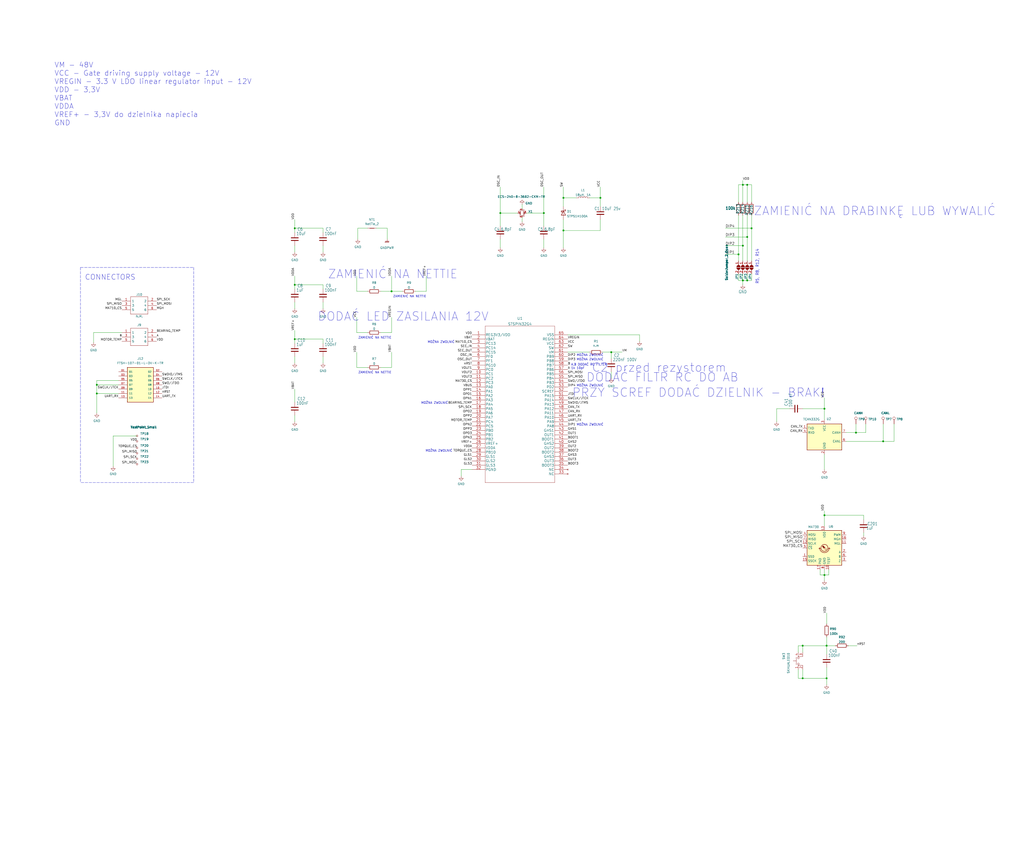
<source format=kicad_sch>
(kicad_sch (version 20210621) (generator eeschema)
  (paper "User" 597.865 499.923)
  (junction (at 56.515 224.79))
  (junction (at 56.515 229.87))
  (junction (at 172.085 133.35))
  (junction (at 172.085 166.37))
  (junction (at 172.085 198.12))
  (junction (at 228.6 170.18))
  (junction (at 292.1 124.46))
  (junction (at 317.5 124.46))
  (junction (at 328.93 115.57))
  (junction (at 328.93 134.62))
  (junction (at 350.52 115.57))
  (junction (at 356.87 205.74))
  (junction (at 431.165 148.59))
  (junction (at 433.705 107.95))
  (junction (at 433.705 143.51))
  (junction (at 433.705 163.83))
  (junction (at 436.245 107.95))
  (junction (at 436.245 138.43))
  (junction (at 436.245 163.83))
  (junction (at 438.785 133.35))
  (junction (at 468.63 377.19))
  (junction (at 468.63 396.24))
  (junction (at 481.33 238.76))
  (junction (at 481.33 300.99))
  (junction (at 481.33 335.915))
  (junction (at 482.6 377.19))
  (junction (at 482.6 396.24))
  (junction (at 499.745 252.73))
  (junction (at 515.62 257.81))
  (junction (at 633.095 76.835))
  (junction (at 638.175 76.835))
  (junction (at 663.575 131.445))
  (junction (at 664.21 184.785))
  (junction (at 665.48 159.385))
  (junction (at 676.275 293.37))
  (junction (at 676.275 304.165))
  (junction (at 678.18 264.16))
  (junction (at 679.45 77.47))
  (junction (at 683.26 332.74))
  (junction (at 687.705 131.445))
  (junction (at 688.34 184.785))
  (junction (at 689.61 346.075))
  (junction (at 690.245 304.165))
  (junction (at 695.325 332.74))
  (junction (at 702.31 108.585))
  (junction (at 702.31 154.305))
  (junction (at 702.31 159.385))
  (junction (at 702.31 164.465))
  (junction (at 702.31 207.645))
  (junction (at 702.31 212.09))
  (junction (at 702.31 216.535))
  (junction (at 702.31 229.235))
  (junction (at 702.31 233.68))
  (junction (at 706.12 108.585))
  (junction (at 706.12 154.305))
  (junction (at 706.12 164.465))
  (junction (at 706.12 207.645))
  (junction (at 709.93 108.585))
  (junction (at 709.93 164.465))
  (junction (at 713.74 108.585))
  (junction (at 760.095 132.08))
  (junction (at 760.73 185.42))
  (junction (at 762 160.02))
  (junction (at 772.795 294.005))
  (junction (at 772.795 304.8))
  (junction (at 774.7 264.795))
  (junction (at 779.78 333.375))
  (junction (at 783.59 26.67))
  (junction (at 784.225 132.08))
  (junction (at 784.86 185.42))
  (junction (at 786.13 346.71))
  (junction (at 786.765 304.8))
  (junction (at 791.845 333.375))
  (junction (at 798.83 26.67))
  (junction (at 798.83 109.22))
  (junction (at 798.83 154.94))
  (junction (at 798.83 160.02))
  (junction (at 798.83 165.1))
  (junction (at 798.83 208.28))
  (junction (at 798.83 212.725))
  (junction (at 798.83 217.17))
  (junction (at 798.83 229.87))
  (junction (at 798.83 234.315))
  (junction (at 802.64 109.22))
  (junction (at 802.64 154.94))
  (junction (at 802.64 165.1))
  (junction (at 802.64 208.28))
  (junction (at 806.45 109.22))
  (junction (at 806.45 165.1))
  (junction (at 810.26 109.22))
  (junction (at 811.53 26.67))
  (junction (at 824.23 26.67))
  (junction (at 836.93 26.67))
  (junction (at 854.71 24.13))
  (junction (at 854.71 54.61))
  (junction (at 864.87 54.61))
  (junction (at 864.87 131.445))
  (junction (at 865.505 184.785))
  (junction (at 866.775 159.385))
  (junction (at 878.205 293.37))
  (junction (at 878.205 304.165))
  (junction (at 880.11 264.16))
  (junction (at 885.19 10.795))
  (junction (at 885.19 33.655))
  (junction (at 885.19 74.295))
  (junction (at 885.19 332.74))
  (junction (at 889 33.655))
  (junction (at 889 74.295))
  (junction (at 889 131.445))
  (junction (at 889.635 184.785))
  (junction (at 891.54 346.075))
  (junction (at 892.175 304.165))
  (junction (at 892.81 33.655))
  (junction (at 896.62 10.795))
  (junction (at 896.62 33.655))
  (junction (at 897.255 332.74))
  (junction (at 903.605 108.585))
  (junction (at 903.605 154.305))
  (junction (at 903.605 159.385))
  (junction (at 903.605 164.465))
  (junction (at 903.605 207.645))
  (junction (at 903.605 212.09))
  (junction (at 903.605 216.535))
  (junction (at 903.605 229.235))
  (junction (at 903.605 233.68))
  (junction (at 905.51 10.795))
  (junction (at 907.415 108.585))
  (junction (at 907.415 154.305))
  (junction (at 907.415 164.465))
  (junction (at 907.415 207.645))
  (junction (at 911.225 108.585))
  (junction (at 911.225 164.465))
  (junction (at 914.4 10.795))
  (junction (at 915.035 108.585))
  (junction (at 967.74 123.19))
  (junction (at 967.74 142.24))
  (junction (at 975.995 32.385))
  (junction (at 984.25 123.19))
  (junction (at 998.22 24.765))
  (junction (at 1002.665 41.91))
  (junction (at 1011.555 32.385))
  (wire (pts (xy 54.61 194.31) (xy 54.61 200.025)))
  (wire (pts (xy 54.61 194.31) (xy 71.12 194.31)))
  (wire (pts (xy 56.515 222.25) (xy 56.515 224.79)))
  (wire (pts (xy 56.515 222.25) (xy 69.215 222.25)))
  (wire (pts (xy 56.515 224.79) (xy 56.515 229.87)))
  (wire (pts (xy 56.515 224.79) (xy 69.215 224.79)))
  (wire (pts (xy 56.515 229.87) (xy 56.515 241.3)))
  (wire (pts (xy 56.515 229.87) (xy 69.215 229.87)))
  (wire (pts (xy 66.04 254.635) (xy 66.04 272.415)))
  (wire (pts (xy 80.01 254.635) (xy 66.04 254.635)))
  (wire (pts (xy 172.085 128.27) (xy 172.085 133.35)))
  (wire (pts (xy 172.085 133.35) (xy 172.085 135.89)))
  (wire (pts (xy 172.085 143.51) (xy 172.085 147.32)))
  (wire (pts (xy 172.085 161.29) (xy 172.085 166.37)))
  (wire (pts (xy 172.085 166.37) (xy 172.085 168.91)))
  (wire (pts (xy 172.085 176.53) (xy 172.085 180.34)))
  (wire (pts (xy 172.085 193.04) (xy 172.085 198.12)))
  (wire (pts (xy 172.085 198.12) (xy 172.085 200.66)))
  (wire (pts (xy 172.085 208.28) (xy 172.085 212.09)))
  (wire (pts (xy 172.085 227.33) (xy 172.085 234.95)))
  (wire (pts (xy 172.085 242.57) (xy 172.085 246.38)))
  (wire (pts (xy 188.595 133.35) (xy 172.085 133.35)))
  (wire (pts (xy 188.595 135.89) (xy 188.595 133.35)))
  (wire (pts (xy 188.595 143.51) (xy 188.595 147.32)))
  (wire (pts (xy 188.595 166.37) (xy 172.085 166.37)))
  (wire (pts (xy 188.595 168.91) (xy 188.595 166.37)))
  (wire (pts (xy 188.595 176.53) (xy 188.595 180.34)))
  (wire (pts (xy 188.595 198.12) (xy 172.085 198.12)))
  (wire (pts (xy 188.595 200.66) (xy 188.595 198.12)))
  (wire (pts (xy 188.595 208.28) (xy 188.595 212.09)))
  (wire (pts (xy 208.28 161.29) (xy 208.28 170.18)))
  (wire (pts (xy 208.28 185.42) (xy 208.28 194.31)))
  (wire (pts (xy 208.28 205.74) (xy 208.28 214.63)))
  (wire (pts (xy 208.915 133.35) (xy 208.915 139.7)))
  (wire (pts (xy 214.63 133.35) (xy 208.915 133.35)))
  (wire (pts (xy 214.63 170.18) (xy 208.28 170.18)))
  (wire (pts (xy 214.63 194.31) (xy 208.28 194.31)))
  (wire (pts (xy 214.63 214.63) (xy 208.28 214.63)))
  (wire (pts (xy 219.71 133.35) (xy 226.06 133.35)))
  (wire (pts (xy 222.25 170.18) (xy 228.6 170.18)))
  (wire (pts (xy 222.25 194.31) (xy 228.6 194.31)))
  (wire (pts (xy 222.25 214.63) (xy 228.6 214.63)))
  (wire (pts (xy 226.06 133.35) (xy 226.06 139.7)))
  (wire (pts (xy 228.6 161.29) (xy 228.6 170.18)))
  (wire (pts (xy 228.6 185.42) (xy 228.6 194.31)))
  (wire (pts (xy 228.6 205.74) (xy 228.6 214.63)))
  (wire (pts (xy 234.95 170.18) (xy 228.6 170.18)))
  (wire (pts (xy 242.57 170.18) (xy 248.92 170.18)))
  (wire (pts (xy 248.92 161.29) (xy 248.92 170.18)))
  (wire (pts (xy 269.24 274.32) (xy 269.24 278.13)))
  (wire (pts (xy 275.59 274.32) (xy 269.24 274.32)))
  (wire (pts (xy 292.1 109.22) (xy 292.1 124.46)))
  (wire (pts (xy 292.1 124.46) (xy 292.1 132.08)))
  (wire (pts (xy 292.1 124.46) (xy 302.26 124.46)))
  (wire (pts (xy 292.1 139.7) (xy 292.1 144.78)))
  (wire (pts (xy 304.8 119.38) (xy 304.8 121.92)))
  (wire (pts (xy 304.8 127) (xy 304.8 129.54)))
  (wire (pts (xy 307.34 124.46) (xy 317.5 124.46)))
  (wire (pts (xy 317.5 109.22) (xy 317.5 124.46)))
  (wire (pts (xy 317.5 124.46) (xy 317.5 132.08)))
  (wire (pts (xy 317.5 139.7) (xy 317.5 144.78)))
  (wire (pts (xy 328.93 109.22) (xy 328.93 115.57)))
  (wire (pts (xy 328.93 115.57) (xy 328.93 120.65)))
  (wire (pts (xy 328.93 115.57) (xy 336.55 115.57)))
  (wire (pts (xy 328.93 128.27) (xy 328.93 134.62)))
  (wire (pts (xy 328.93 134.62) (xy 328.93 144.78)))
  (wire (pts (xy 328.93 134.62) (xy 350.52 134.62)))
  (wire (pts (xy 331.47 195.58) (xy 373.38 195.58)))
  (wire (pts (xy 331.47 205.74) (xy 344.17 205.74)))
  (wire (pts (xy 344.17 115.57) (xy 350.52 115.57)))
  (wire (pts (xy 350.52 109.22) (xy 350.52 115.57)))
  (wire (pts (xy 350.52 115.57) (xy 350.52 120.65)))
  (wire (pts (xy 350.52 134.62) (xy 350.52 128.27)))
  (wire (pts (xy 351.79 205.74) (xy 356.87 205.74)))
  (wire (pts (xy 356.87 205.74) (xy 356.87 209.55)))
  (wire (pts (xy 356.87 205.74) (xy 363.22 205.74)))
  (wire (pts (xy 356.87 217.17) (xy 356.87 220.98)))
  (wire (pts (xy 373.38 195.58) (xy 373.38 199.39)))
  (wire (pts (xy 423.545 133.35) (xy 438.785 133.35)))
  (wire (pts (xy 431.165 107.95) (xy 431.165 118.11)))
  (wire (pts (xy 431.165 107.95) (xy 433.705 107.95)))
  (wire (pts (xy 431.165 148.59) (xy 423.545 148.59)))
  (wire (pts (xy 431.165 148.59) (xy 431.165 125.73)))
  (wire (pts (xy 431.165 148.59) (xy 431.165 152.4)))
  (wire (pts (xy 431.165 160.02) (xy 431.165 163.83)))
  (wire (pts (xy 431.165 163.83) (xy 433.705 163.83)))
  (wire (pts (xy 433.705 107.95) (xy 433.705 105.41)))
  (wire (pts (xy 433.705 107.95) (xy 436.245 107.95)))
  (wire (pts (xy 433.705 118.11) (xy 433.705 107.95)))
  (wire (pts (xy 433.705 125.73) (xy 433.705 143.51)))
  (wire (pts (xy 433.705 143.51) (xy 423.545 143.51)))
  (wire (pts (xy 433.705 143.51) (xy 433.705 152.4)))
  (wire (pts (xy 433.705 160.02) (xy 433.705 163.83)))
  (wire (pts (xy 433.705 166.37) (xy 433.705 163.83)))
  (wire (pts (xy 436.245 107.95) (xy 436.245 118.11)))
  (wire (pts (xy 436.245 107.95) (xy 438.785 107.95)))
  (wire (pts (xy 436.245 138.43) (xy 423.545 138.43)))
  (wire (pts (xy 436.245 138.43) (xy 436.245 125.73)))
  (wire (pts (xy 436.245 138.43) (xy 436.245 152.4)))
  (wire (pts (xy 436.245 160.02) (xy 436.245 163.83)))
  (wire (pts (xy 436.245 163.83) (xy 433.705 163.83)))
  (wire (pts (xy 436.245 163.83) (xy 438.785 163.83)))
  (wire (pts (xy 438.785 107.95) (xy 438.785 118.11)))
  (wire (pts (xy 438.785 125.73) (xy 438.785 133.35)))
  (wire (pts (xy 438.785 133.35) (xy 438.785 152.4)))
  (wire (pts (xy 438.785 160.02) (xy 438.785 163.83)))
  (wire (pts (xy 453.39 238.76) (xy 453.39 246.38)))
  (wire (pts (xy 461.01 238.76) (xy 453.39 238.76)))
  (wire (pts (xy 466.09 377.19) (xy 466.09 381)))
  (wire (pts (xy 466.09 377.19) (xy 468.63 377.19)))
  (wire (pts (xy 466.09 391.16) (xy 466.09 396.24)))
  (wire (pts (xy 466.09 396.24) (xy 468.63 396.24)))
  (wire (pts (xy 468.63 377.19) (xy 468.63 381)))
  (wire (pts (xy 468.63 377.19) (xy 482.6 377.19)))
  (wire (pts (xy 468.63 391.16) (xy 468.63 396.24)))
  (wire (pts (xy 468.63 396.24) (xy 482.6 396.24)))
  (wire (pts (xy 478.79 332.74) (xy 478.79 335.915)))
  (wire (pts (xy 478.79 335.915) (xy 481.33 335.915)))
  (wire (pts (xy 481.33 232.41) (xy 481.33 238.76)))
  (wire (pts (xy 481.33 238.76) (xy 468.63 238.76)))
  (wire (pts (xy 481.33 238.76) (xy 481.33 245.11)))
  (wire (pts (xy 481.33 265.43) (xy 481.33 274.32)))
  (wire (pts (xy 481.33 298.45) (xy 481.33 300.99)))
  (wire (pts (xy 481.33 300.99) (xy 481.33 307.34)))
  (wire (pts (xy 481.33 335.915) (xy 481.33 332.74)))
  (wire (pts (xy 481.33 335.915) (xy 481.33 339.09)))
  (wire (pts (xy 482.6 358.14) (xy 482.6 364.49)))
  (wire (pts (xy 482.6 377.19) (xy 482.6 372.11)))
  (wire (pts (xy 482.6 377.19) (xy 482.6 382.27)))
  (wire (pts (xy 482.6 389.89) (xy 482.6 396.24)))
  (wire (pts (xy 482.6 396.24) (xy 482.6 400.05)))
  (wire (pts (xy 483.87 332.74) (xy 483.87 335.915)))
  (wire (pts (xy 483.87 335.915) (xy 481.33 335.915)))
  (wire (pts (xy 487.68 377.19) (xy 482.6 377.19)))
  (wire (pts (xy 494.03 252.73) (xy 499.745 252.73)))
  (wire (pts (xy 494.03 257.81) (xy 515.62 257.81)))
  (wire (pts (xy 495.3 377.19) (xy 500.38 377.19)))
  (wire (pts (xy 499.745 252.73) (xy 499.745 247.65)))
  (wire (pts (xy 499.745 252.73) (xy 505.46 252.73)))
  (wire (pts (xy 504.19 300.99) (xy 481.33 300.99)))
  (wire (pts (xy 504.19 303.53) (xy 504.19 300.99)))
  (wire (pts (xy 504.19 311.15) (xy 504.19 313.055)))
  (wire (pts (xy 505.46 252.73) (xy 505.46 247.65)))
  (wire (pts (xy 515.62 257.81) (xy 515.62 247.65)))
  (wire (pts (xy 515.62 257.81) (xy 521.97 257.81)))
  (wire (pts (xy 521.97 257.81) (xy 521.97 247.65)))
  (wire (pts (xy 633.095 74.295) (xy 633.095 76.835)))
  (wire (pts (xy 633.095 76.835) (xy 633.095 79.375)))
  (wire (pts (xy 633.095 76.835) (xy 638.175 76.835)))
  (wire (pts (xy 638.175 74.295) (xy 638.175 76.835)))
  (wire (pts (xy 638.175 76.835) (xy 638.175 79.375)))
  (wire (pts (xy 657.225 131.445) (xy 663.575 131.445)))
  (wire (pts (xy 657.86 184.785) (xy 664.21 184.785)))
  (wire (pts (xy 658.495 332.74) (xy 662.94 332.74)))
  (wire (pts (xy 659.13 142.875) (xy 665.48 142.875)))
  (wire (pts (xy 659.13 159.385) (xy 665.48 159.385)))
  (wire (pts (xy 659.13 212.09) (xy 702.31 212.09)))
  (wire (pts (xy 659.13 233.68) (xy 702.31 233.68)))
  (wire (pts (xy 659.13 264.16) (xy 663.575 264.16)))
  (wire (pts (xy 659.13 293.37) (xy 663.575 293.37)))
  (wire (pts (xy 663.575 120.015) (xy 663.575 131.445)))
  (wire (pts (xy 663.575 131.445) (xy 676.275 131.445)))
  (wire (pts (xy 664.21 173.355) (xy 664.21 184.785)))
  (wire (pts (xy 664.21 184.785) (xy 676.91 184.785)))
  (wire (pts (xy 665.48 146.685) (xy 665.48 142.875)))
  (wire (pts (xy 665.48 154.305) (xy 665.48 159.385)))
  (wire (pts (xy 665.48 159.385) (xy 678.18 159.385)))
  (wire (pts (xy 666.115 120.015) (xy 663.575 120.015)))
  (wire (pts (xy 666.75 173.355) (xy 664.21 173.355)))
  (wire (pts (xy 670.56 332.74) (xy 673.1 332.74)))
  (wire (pts (xy 671.195 74.93) (xy 671.195 77.47)))
  (wire (pts (xy 671.195 77.47) (xy 679.45 77.47)))
  (wire (pts (xy 671.195 264.16) (xy 678.18 264.16)))
  (wire (pts (xy 671.195 293.37) (xy 676.275 293.37)))
  (wire (pts (xy 673.735 120.015) (xy 687.705 120.015)))
  (wire (pts (xy 674.37 173.355) (xy 688.34 173.355)))
  (wire (pts (xy 676.275 293.37) (xy 676.275 304.165)))
  (wire (pts (xy 676.275 293.37) (xy 691.515 293.37)))
  (wire (pts (xy 676.275 304.165) (xy 678.3763 304.165)))
  (wire (pts (xy 676.275 312.42) (xy 676.275 304.165)))
  (wire (pts (xy 678.18 245.11) (xy 678.18 249.555)))
  (wire (pts (xy 678.18 257.175) (xy 678.18 264.16)))
  (wire (pts (xy 678.18 264.16) (xy 678.18 269.875)))
  (wire (pts (xy 678.18 264.16) (xy 691.515 264.16)))
  (wire (pts (xy 678.18 277.495) (xy 678.18 281.305)))
  (wire (pts (xy 678.815 312.42) (xy 676.275 312.42)))
  (wire (pts (xy 679.45 77.47) (xy 679.45 74.93)))
  (wire (pts (xy 679.45 77.47) (xy 679.45 86.36)))
  (wire (pts (xy 679.45 77.47) (xy 687.07 77.47)))
  (wire (pts (xy 680.72 332.74) (xy 683.26 332.74)))
  (wire (pts (xy 683.26 332.74) (xy 683.26 335.915)))
  (wire (pts (xy 683.26 332.74) (xy 695.325 332.74)))
  (wire (pts (xy 683.26 343.535) (xy 683.26 346.075)))
  (wire (pts (xy 683.26 346.075) (xy 689.61 346.075)))
  (wire (pts (xy 683.895 131.445) (xy 687.705 131.445)))
  (wire (pts (xy 684.53 184.785) (xy 688.34 184.785)))
  (wire (pts (xy 685.8 159.385) (xy 702.31 159.385)))
  (wire (pts (xy 685.9963 304.165) (xy 690.245 304.165)))
  (wire (pts (xy 686.435 312.42) (xy 690.245 312.42)))
  (wire (pts (xy 687.07 80.01) (xy 687.07 77.47)))
  (wire (pts (xy 687.07 85.09) (xy 687.07 86.36)))
  (wire (pts (xy 687.705 120.015) (xy 687.705 131.445)))
  (wire (pts (xy 687.705 131.445) (xy 687.705 154.305)))
  (wire (pts (xy 687.705 131.445) (xy 692.15 131.445)))
  (wire (pts (xy 687.705 154.305) (xy 692.15 154.305)))
  (wire (pts (xy 688.34 173.355) (xy 688.34 184.785)))
  (wire (pts (xy 688.34 184.785) (xy 688.34 207.645)))
  (wire (pts (xy 688.34 184.785) (xy 692.15 184.785)))
  (wire (pts (xy 688.34 207.645) (xy 692.15 207.645)))
  (wire (pts (xy 689.61 346.075) (xy 689.61 349.25)))
  (wire (pts (xy 689.61 346.075) (xy 695.325 346.075)))
  (wire (pts (xy 690.245 304.165) (xy 706.755 304.165)))
  (wire (pts (xy 690.245 312.42) (xy 690.245 304.165)))
  (wire (pts (xy 695.325 316.865) (xy 695.325 320.675)))
  (wire (pts (xy 695.325 328.295) (xy 695.325 332.74)))
  (wire (pts (xy 695.325 332.74) (xy 695.325 335.915)))
  (wire (pts (xy 695.325 332.74) (xy 709.93 332.74)))
  (wire (pts (xy 695.325 346.075) (xy 695.325 343.535)))
  (wire (pts (xy 697.23 216.535) (xy 702.31 216.535)))
  (wire (pts (xy 697.23 219.075) (xy 697.23 216.535)))
  (wire (pts (xy 697.23 226.695) (xy 697.23 229.235)))
  (wire (pts (xy 697.23 229.235) (xy 702.31 229.235)))
  (wire (pts (xy 699.77 154.305) (xy 702.31 154.305)))
  (wire (pts (xy 699.77 207.645) (xy 702.31 207.645)))
  (wire (pts (xy 702.31 103.505) (xy 702.31 108.585)))
  (wire (pts (xy 702.31 108.585) (xy 702.31 114.935)))
  (wire (pts (xy 702.31 108.585) (xy 706.12 108.585)))
  (wire (pts (xy 702.31 147.955) (xy 702.31 154.305)))
  (wire (pts (xy 702.31 154.305) (xy 702.31 159.385)))
  (wire (pts (xy 702.31 154.305) (xy 706.12 154.305)))
  (wire (pts (xy 702.31 159.385) (xy 702.31 164.465)))
  (wire (pts (xy 702.31 159.385) (xy 709.93 159.385)))
  (wire (pts (xy 702.31 164.465) (xy 702.31 168.275)))
  (wire (pts (xy 702.31 201.295) (xy 702.31 207.645)))
  (wire (pts (xy 702.31 207.645) (xy 702.31 212.09)))
  (wire (pts (xy 702.31 207.645) (xy 706.12 207.645)))
  (wire (pts (xy 702.31 212.09) (xy 702.31 216.535)))
  (wire (pts (xy 702.31 216.535) (xy 707.39 216.535)))
  (wire (pts (xy 702.31 229.235) (xy 702.31 233.68)))
  (wire (pts (xy 702.31 229.235) (xy 707.39 229.235)))
  (wire (pts (xy 702.31 233.68) (xy 702.31 236.855)))
  (wire (pts (xy 702.945 278.13) (xy 706.755 278.13)))
  (wire (pts (xy 706.12 108.585) (xy 706.12 114.935)))
  (wire (pts (xy 706.12 108.585) (xy 709.93 108.585)))
  (wire (pts (xy 706.12 147.955) (xy 706.12 154.305)))
  (wire (pts (xy 706.12 154.305) (xy 709.93 154.305)))
  (wire (pts (xy 706.12 164.465) (xy 702.31 164.465)))
  (wire (pts (xy 706.12 164.465) (xy 706.12 168.275)))
  (wire (pts (xy 706.12 201.295) (xy 706.12 207.645)))
  (wire (pts (xy 706.12 207.645) (xy 709.93 207.645)))
  (wire (pts (xy 706.755 278.13) (xy 706.755 304.165)))
  (wire (pts (xy 707.39 216.535) (xy 707.39 219.075)))
  (wire (pts (xy 707.39 226.695) (xy 707.39 229.235)))
  (wire (pts (xy 709.93 108.585) (xy 709.93 114.935)))
  (wire (pts (xy 709.93 108.585) (xy 713.74 108.585)))
  (wire (pts (xy 709.93 147.955) (xy 709.93 154.305)))
  (wire (pts (xy 709.93 164.465) (xy 706.12 164.465)))
  (wire (pts (xy 709.93 164.465) (xy 709.93 168.275)))
  (wire (pts (xy 709.93 207.645) (xy 709.93 201.295)))
  (wire (pts (xy 713.74 108.585) (xy 713.74 114.935)))
  (wire (pts (xy 713.74 108.585) (xy 720.09 108.585)))
  (wire (pts (xy 713.74 164.465) (xy 709.93 164.465)))
  (wire (pts (xy 713.74 168.275) (xy 713.74 164.465)))
  (wire (pts (xy 720.09 108.585) (xy 720.09 113.03)))
  (wire (pts (xy 720.09 120.65) (xy 720.09 124.46)))
  (wire (pts (xy 734.06 29.21) (xy 734.06 24.13)))
  (wire (pts (xy 744.22 29.21) (xy 744.22 24.13)))
  (wire (pts (xy 753.745 132.08) (xy 760.095 132.08)))
  (wire (pts (xy 754.38 185.42) (xy 760.73 185.42)))
  (wire (pts (xy 755.015 333.375) (xy 759.46 333.375)))
  (wire (pts (xy 755.65 143.51) (xy 762 143.51)))
  (wire (pts (xy 755.65 160.02) (xy 762 160.02)))
  (wire (pts (xy 755.65 212.725) (xy 798.83 212.725)))
  (wire (pts (xy 755.65 234.315) (xy 798.83 234.315)))
  (wire (pts (xy 755.65 264.795) (xy 760.095 264.795)))
  (wire (pts (xy 755.65 294.005) (xy 760.095 294.005)))
  (wire (pts (xy 760.095 120.65) (xy 760.095 132.08)))
  (wire (pts (xy 760.095 132.08) (xy 772.795 132.08)))
  (wire (pts (xy 760.73 173.99) (xy 760.73 185.42)))
  (wire (pts (xy 760.73 185.42) (xy 773.43 185.42)))
  (wire (pts (xy 762 147.32) (xy 762 143.51)))
  (wire (pts (xy 762 154.94) (xy 762 160.02)))
  (wire (pts (xy 762 160.02) (xy 774.065 160.02)))
  (wire (pts (xy 762.635 120.65) (xy 760.095 120.65)))
  (wire (pts (xy 763.27 173.99) (xy 760.73 173.99)))
  (wire (pts (xy 767.08 333.375) (xy 769.62 333.375)))
  (wire (pts (xy 767.715 264.795) (xy 774.7 264.795)))
  (wire (pts (xy 767.715 294.005) (xy 772.795 294.005)))
  (wire (pts (xy 770.255 120.65) (xy 784.225 120.65)))
  (wire (pts (xy 770.89 173.99) (xy 784.86 173.99)))
  (wire (pts (xy 772.795 294.005) (xy 772.795 304.8)))
  (wire (pts (xy 772.795 294.005) (xy 788.035 294.005)))
  (wire (pts (xy 772.795 304.8) (xy 774.8963 304.8)))
  (wire (pts (xy 772.795 313.055) (xy 772.795 304.8)))
  (wire (pts (xy 774.7 245.745) (xy 774.7 250.19)))
  (wire (pts (xy 774.7 257.81) (xy 774.7 264.795)))
  (wire (pts (xy 774.7 264.795) (xy 774.7 270.51)))
  (wire (pts (xy 774.7 264.795) (xy 788.035 264.795)))
  (wire (pts (xy 774.7 278.13) (xy 774.7 281.94)))
  (wire (pts (xy 775.335 313.055) (xy 772.795 313.055)))
  (wire (pts (xy 777.24 24.13) (xy 777.24 26.67)))
  (wire (pts (xy 777.24 26.67) (xy 783.59 26.67)))
  (wire (pts (xy 777.24 333.375) (xy 779.78 333.375)))
  (wire (pts (xy 779.78 333.375) (xy 779.78 336.55)))
  (wire (pts (xy 779.78 333.375) (xy 791.845 333.375)))
  (wire (pts (xy 779.78 344.17) (xy 779.78 346.71)))
  (wire (pts (xy 779.78 346.71) (xy 786.13 346.71)))
  (wire (pts (xy 780.415 132.08) (xy 784.225 132.08)))
  (wire (pts (xy 781.05 185.42) (xy 784.86 185.42)))
  (wire (pts (xy 781.685 160.02) (xy 798.83 160.02)))
  (wire (pts (xy 782.5163 304.8) (xy 786.765 304.8)))
  (wire (pts (xy 782.955 313.055) (xy 786.765 313.055)))
  (wire (pts (xy 783.59 24.13) (xy 783.59 26.67)))
  (wire (pts (xy 783.59 26.67) (xy 798.83 26.67)))
  (wire (pts (xy 784.225 120.65) (xy 784.225 132.08)))
  (wire (pts (xy 784.225 132.08) (xy 784.225 154.94)))
  (wire (pts (xy 784.225 132.08) (xy 788.67 132.08)))
  (wire (pts (xy 784.225 154.94) (xy 788.67 154.94)))
  (wire (pts (xy 784.86 173.99) (xy 784.86 185.42)))
  (wire (pts (xy 784.86 185.42) (xy 784.86 208.28)))
  (wire (pts (xy 784.86 185.42) (xy 788.67 185.42)))
  (wire (pts (xy 784.86 208.28) (xy 788.67 208.28)))
  (wire (pts (xy 786.13 346.71) (xy 786.13 349.885)))
  (wire (pts (xy 786.13 346.71) (xy 791.845 346.71)))
  (wire (pts (xy 786.765 304.8) (xy 803.275 304.8)))
  (wire (pts (xy 786.765 313.055) (xy 786.765 304.8)))
  (wire (pts (xy 791.845 317.5) (xy 791.845 321.31)))
  (wire (pts (xy 791.845 328.93) (xy 791.845 333.375)))
  (wire (pts (xy 791.845 333.375) (xy 791.845 336.55)))
  (wire (pts (xy 791.845 333.375) (xy 806.45 333.375)))
  (wire (pts (xy 791.845 346.71) (xy 791.845 344.17)))
  (wire (pts (xy 793.75 217.17) (xy 798.83 217.17)))
  (wire (pts (xy 793.75 219.71) (xy 793.75 217.17)))
  (wire (pts (xy 793.75 227.33) (xy 793.75 229.87)))
  (wire (pts (xy 793.75 229.87) (xy 798.83 229.87)))
  (wire (pts (xy 796.29 154.94) (xy 798.83 154.94)))
  (wire (pts (xy 796.29 208.28) (xy 798.83 208.28)))
  (wire (pts (xy 798.83 26.67) (xy 811.53 26.67)))
  (wire (pts (xy 798.83 27.94) (xy 798.83 26.67)))
  (wire (pts (xy 798.83 35.56) (xy 798.83 36.83)))
  (wire (pts (xy 798.83 44.45) (xy 798.83 46.99)))
  (wire (pts (xy 798.83 104.14) (xy 798.83 109.22)))
  (wire (pts (xy 798.83 109.22) (xy 798.83 115.57)))
  (wire (pts (xy 798.83 109.22) (xy 802.64 109.22)))
  (wire (pts (xy 798.83 148.59) (xy 798.83 154.94)))
  (wire (pts (xy 798.83 154.94) (xy 798.83 160.02)))
  (wire (pts (xy 798.83 154.94) (xy 802.64 154.94)))
  (wire (pts (xy 798.83 160.02) (xy 798.83 165.1)))
  (wire (pts (xy 798.83 160.02) (xy 806.45 160.02)))
  (wire (pts (xy 798.83 165.1) (xy 798.83 168.91)))
  (wire (pts (xy 798.83 201.93) (xy 798.83 208.28)))
  (wire (pts (xy 798.83 208.28) (xy 798.83 212.725)))
  (wire (pts (xy 798.83 208.28) (xy 802.64 208.28)))
  (wire (pts (xy 798.83 212.725) (xy 798.83 217.17)))
  (wire (pts (xy 798.83 217.17) (xy 803.91 217.17)))
  (wire (pts (xy 798.83 229.87) (xy 798.83 234.315)))
  (wire (pts (xy 798.83 229.87) (xy 803.91 229.87)))
  (wire (pts (xy 798.83 234.315) (xy 798.83 237.49)))
  (wire (pts (xy 799.465 278.765) (xy 803.275 278.765)))
  (wire (pts (xy 802.64 109.22) (xy 802.64 115.57)))
  (wire (pts (xy 802.64 109.22) (xy 806.45 109.22)))
  (wire (pts (xy 802.64 148.59) (xy 802.64 154.94)))
  (wire (pts (xy 802.64 154.94) (xy 806.45 154.94)))
  (wire (pts (xy 802.64 165.1) (xy 798.83 165.1)))
  (wire (pts (xy 802.64 165.1) (xy 802.64 168.91)))
  (wire (pts (xy 802.64 201.93) (xy 802.64 208.28)))
  (wire (pts (xy 802.64 208.28) (xy 806.45 208.28)))
  (wire (pts (xy 803.275 278.765) (xy 803.275 304.8)))
  (wire (pts (xy 803.91 217.17) (xy 803.91 219.71)))
  (wire (pts (xy 803.91 227.33) (xy 803.91 229.87)))
  (wire (pts (xy 806.45 109.22) (xy 806.45 115.57)))
  (wire (pts (xy 806.45 109.22) (xy 810.26 109.22)))
  (wire (pts (xy 806.45 148.59) (xy 806.45 154.94)))
  (wire (pts (xy 806.45 165.1) (xy 802.64 165.1)))
  (wire (pts (xy 806.45 165.1) (xy 806.45 168.91)))
  (wire (pts (xy 806.45 208.28) (xy 806.45 201.93)))
  (wire (pts (xy 810.26 109.22) (xy 810.26 115.57)))
  (wire (pts (xy 810.26 109.22) (xy 816.61 109.22)))
  (wire (pts (xy 810.26 165.1) (xy 806.45 165.1)))
  (wire (pts (xy 810.26 168.91) (xy 810.26 165.1)))
  (wire (pts (xy 811.53 26.67) (xy 811.53 36.195)))
  (wire (pts (xy 811.53 26.67) (xy 824.23 26.67)))
  (wire (pts (xy 811.53 43.815) (xy 811.53 46.99)))
  (wire (pts (xy 816.61 109.22) (xy 816.61 113.665)))
  (wire (pts (xy 816.61 121.285) (xy 816.61 125.095)))
  (wire (pts (xy 824.23 34.29) (xy 824.23 26.67)))
  (wire (pts (xy 826.77 34.29) (xy 824.23 34.29)))
  (wire (pts (xy 834.39 34.29) (xy 839.47 34.29)))
  (wire (pts (xy 836.93 21.59) (xy 839.47 21.59)))
  (wire (pts (xy 836.93 26.67) (xy 824.23 26.67)))
  (wire (pts (xy 836.93 26.67) (xy 836.93 21.59)))
  (wire (pts (xy 839.47 26.67) (xy 836.93 26.67)))
  (wire (pts (xy 844.55 34.29) (xy 849.63 34.29)))
  (wire (pts (xy 847.09 24.13) (xy 854.71 24.13)))
  (wire (pts (xy 854.71 10.795) (xy 854.71 24.13)))
  (wire (pts (xy 854.71 10.795) (xy 885.19 10.795)))
  (wire (pts (xy 854.71 24.13) (xy 854.71 29.21)))
  (wire (pts (xy 854.71 39.37) (xy 854.71 41.91)))
  (wire (pts (xy 854.71 49.53) (xy 854.71 54.61)))
  (wire (pts (xy 854.71 54.61) (xy 854.71 57.15)))
  (wire (pts (xy 854.71 54.61) (xy 864.87 54.61)))
  (wire (pts (xy 854.71 64.77) (xy 854.71 69.85)))
  (wire (pts (xy 858.52 131.445) (xy 864.87 131.445)))
  (wire (pts (xy 859.155 184.785) (xy 865.505 184.785)))
  (wire (pts (xy 860.425 142.875) (xy 866.775 142.875)))
  (wire (pts (xy 860.425 159.385) (xy 866.775 159.385)))
  (wire (pts (xy 860.425 212.09) (xy 903.605 212.09)))
  (wire (pts (xy 860.425 233.68) (xy 903.605 233.68)))
  (wire (pts (xy 860.425 332.74) (xy 864.87 332.74)))
  (wire (pts (xy 861.06 264.16) (xy 865.505 264.16)))
  (wire (pts (xy 861.06 293.37) (xy 865.505 293.37)))
  (wire (pts (xy 864.87 54.61) (xy 864.87 57.15)))
  (wire (pts (xy 864.87 54.61) (xy 875.03 54.61)))
  (wire (pts (xy 864.87 64.77) (xy 864.87 69.85)))
  (wire (pts (xy 864.87 120.015) (xy 864.87 131.445)))
  (wire (pts (xy 864.87 131.445) (xy 877.57 131.445)))
  (wire (pts (xy 865.505 173.355) (xy 865.505 184.785)))
  (wire (pts (xy 865.505 184.785) (xy 878.205 184.785)))
  (wire (pts (xy 866.775 146.685) (xy 866.775 142.875)))
  (wire (pts (xy 866.775 154.305) (xy 866.775 159.385)))
  (wire (pts (xy 866.775 159.385) (xy 878.84 159.385)))
  (wire (pts (xy 867.41 120.015) (xy 864.87 120.015)))
  (wire (pts (xy 868.045 173.355) (xy 865.505 173.355)))
  (wire (pts (xy 872.49 332.74) (xy 875.03 332.74)))
  (wire (pts (xy 873.125 264.16) (xy 880.11 264.16)))
  (wire (pts (xy 873.125 293.37) (xy 878.205 293.37)))
  (wire (pts (xy 875.03 120.015) (xy 889 120.015)))
  (wire (pts (xy 875.665 173.355) (xy 889.635 173.355)))
  (wire (pts (xy 876.935 22.86) (xy 876.935 39.37)))
  (wire (pts (xy 878.205 293.37) (xy 878.205 304.165)))
  (wire (pts (xy 878.205 293.37) (xy 893.445 293.37)))
  (wire (pts (xy 878.205 304.165) (xy 880.3063 304.165)))
  (wire (pts (xy 878.205 312.42) (xy 878.205 304.165)))
  (wire (pts (xy 880.11 245.11) (xy 880.11 249.555)))
  (wire (pts (xy 880.11 257.175) (xy 880.11 264.16)))
  (wire (pts (xy 880.11 264.16) (xy 880.11 269.875)))
  (wire (pts (xy 880.11 264.16) (xy 893.445 264.16)))
  (wire (pts (xy 880.11 277.495) (xy 880.11 281.305)))
  (wire (pts (xy 880.745 312.42) (xy 878.205 312.42)))
  (wire (pts (xy 881.38 22.86) (xy 876.935 22.86)))
  (wire (pts (xy 882.65 332.74) (xy 885.19 332.74)))
  (wire (pts (xy 885.19 10.795) (xy 885.19 16.51)))
  (wire (pts (xy 885.19 10.795) (xy 896.62 10.795)))
  (wire (pts (xy 885.19 29.21) (xy 885.19 33.655)))
  (wire (pts (xy 885.19 33.655) (xy 885.19 38.1)))
  (wire (pts (xy 885.19 71.12) (xy 885.19 74.295)))
  (wire (pts (xy 885.19 74.295) (xy 885.19 83.82)))
  (wire (pts (xy 885.19 131.445) (xy 889 131.445)))
  (wire (pts (xy 885.19 332.74) (xy 885.19 335.915)))
  (wire (pts (xy 885.19 332.74) (xy 897.255 332.74)))
  (wire (pts (xy 885.19 343.535) (xy 885.19 346.075)))
  (wire (pts (xy 885.19 346.075) (xy 891.54 346.075)))
  (wire (pts (xy 885.825 184.785) (xy 889.635 184.785)))
  (wire (pts (xy 886.46 159.385) (xy 903.605 159.385)))
  (wire (pts (xy 887.9263 304.165) (xy 892.175 304.165)))
  (wire (pts (xy 888.365 312.42) (xy 892.175 312.42)))
  (wire (pts (xy 889 33.655) (xy 885.19 33.655)))
  (wire (pts (xy 889 38.1) (xy 889 33.655)))
  (wire (pts (xy 889 71.12) (xy 889 74.295)))
  (wire (pts (xy 889 74.295) (xy 885.19 74.295)))
  (wire (pts (xy 889 120.015) (xy 889 131.445)))
  (wire (pts (xy 889 131.445) (xy 889 154.305)))
  (wire (pts (xy 889 131.445) (xy 893.445 131.445)))
  (wire (pts (xy 889 154.305) (xy 893.445 154.305)))
  (wire (pts (xy 889.635 173.355) (xy 889.635 184.785)))
  (wire (pts (xy 889.635 184.785) (xy 889.635 207.645)))
  (wire (pts (xy 889.635 184.785) (xy 893.445 184.785)))
  (wire (pts (xy 889.635 207.645) (xy 893.445 207.645)))
  (wire (pts (xy 891.54 346.075) (xy 891.54 349.25)))
  (wire (pts (xy 891.54 346.075) (xy 897.255 346.075)))
  (wire (pts (xy 892.175 304.165) (xy 908.685 304.165)))
  (wire (pts (xy 892.175 312.42) (xy 892.175 304.165)))
  (wire (pts (xy 892.81 33.655) (xy 889 33.655)))
  (wire (pts (xy 892.81 33.655) (xy 896.62 33.655)))
  (wire (pts (xy 892.81 38.1) (xy 892.81 33.655)))
  (wire (pts (xy 892.81 71.12) (xy 892.81 74.295)))
  (wire (pts (xy 892.81 74.295) (xy 889 74.295)))
  (wire (pts (xy 896.62 10.795) (xy 896.62 13.335)))
  (wire (pts (xy 896.62 10.795) (xy 905.51 10.795)))
  (wire (pts (xy 896.62 20.955) (xy 896.62 22.86)))
  (wire (pts (xy 896.62 30.48) (xy 896.62 33.655)))
  (wire (pts (xy 896.62 38.1) (xy 896.62 33.655)))
  (wire (pts (xy 897.255 316.865) (xy 897.255 320.675)))
  (wire (pts (xy 897.255 328.295) (xy 897.255 332.74)))
  (wire (pts (xy 897.255 332.74) (xy 897.255 335.915)))
  (wire (pts (xy 897.255 332.74) (xy 911.86 332.74)))
  (wire (pts (xy 897.255 346.075) (xy 897.255 343.535)))
  (wire (pts (xy 898.525 216.535) (xy 903.605 216.535)))
  (wire (pts (xy 898.525 219.075) (xy 898.525 216.535)))
  (wire (pts (xy 898.525 226.695) (xy 898.525 229.235)))
  (wire (pts (xy 898.525 229.235) (xy 903.605 229.235)))
  (wire (pts (xy 901.065 154.305) (xy 903.605 154.305)))
  (wire (pts (xy 901.065 207.645) (xy 903.605 207.645)))
  (wire (pts (xy 903.605 103.505) (xy 903.605 108.585)))
  (wire (pts (xy 903.605 108.585) (xy 903.605 114.935)))
  (wire (pts (xy 903.605 108.585) (xy 907.415 108.585)))
  (wire (pts (xy 903.605 147.955) (xy 903.605 154.305)))
  (wire (pts (xy 903.605 154.305) (xy 903.605 159.385)))
  (wire (pts (xy 903.605 154.305) (xy 907.415 154.305)))
  (wire (pts (xy 903.605 159.385) (xy 903.605 164.465)))
  (wire (pts (xy 903.605 159.385) (xy 911.225 159.385)))
  (wire (pts (xy 903.605 164.465) (xy 903.605 168.275)))
  (wire (pts (xy 903.605 201.295) (xy 903.605 207.645)))
  (wire (pts (xy 903.605 207.645) (xy 903.605 212.09)))
  (wire (pts (xy 903.605 207.645) (xy 907.415 207.645)))
  (wire (pts (xy 903.605 212.09) (xy 903.605 216.535)))
  (wire (pts (xy 903.605 216.535) (xy 908.685 216.535)))
  (wire (pts (xy 903.605 229.235) (xy 903.605 233.68)))
  (wire (pts (xy 903.605 229.235) (xy 908.685 229.235)))
  (wire (pts (xy 903.605 233.68) (xy 903.605 236.855)))
  (wire (pts (xy 904.875 278.13) (xy 908.685 278.13)))
  (wire (pts (xy 905.51 10.795) (xy 905.51 23.495)))
  (wire (pts (xy 905.51 10.795) (xy 914.4 10.795)))
  (wire (pts (xy 905.51 28.575) (xy 905.51 34.925)))
  (wire (pts (xy 907.415 108.585) (xy 907.415 114.935)))
  (wire (pts (xy 907.415 108.585) (xy 911.225 108.585)))
  (wire (pts (xy 907.415 147.955) (xy 907.415 154.305)))
  (wire (pts (xy 907.415 154.305) (xy 911.225 154.305)))
  (wire (pts (xy 907.415 164.465) (xy 903.605 164.465)))
  (wire (pts (xy 907.415 164.465) (xy 907.415 168.275)))
  (wire (pts (xy 907.415 201.295) (xy 907.415 207.645)))
  (wire (pts (xy 907.415 207.645) (xy 911.225 207.645)))
  (wire (pts (xy 908.685 216.535) (xy 908.685 219.075)))
  (wire (pts (xy 908.685 226.695) (xy 908.685 229.235)))
  (wire (pts (xy 908.685 278.13) (xy 908.685 304.165)))
  (wire (pts (xy 911.225 108.585) (xy 911.225 114.935)))
  (wire (pts (xy 911.225 108.585) (xy 915.035 108.585)))
  (wire (pts (xy 911.225 147.955) (xy 911.225 154.305)))
  (wire (pts (xy 911.225 164.465) (xy 907.415 164.465)))
  (wire (pts (xy 911.225 164.465) (xy 911.225 168.275)))
  (wire (pts (xy 911.225 207.645) (xy 911.225 201.295)))
  (wire (pts (xy 914.4 10.795) (xy 914.4 23.495)))
  (wire (pts (xy 914.4 10.795) (xy 925.83 10.795)))
  (wire (pts (xy 914.4 28.575) (xy 914.4 34.925)))
  (wire (pts (xy 915.035 108.585) (xy 915.035 114.935)))
  (wire (pts (xy 915.035 108.585) (xy 921.385 108.585)))
  (wire (pts (xy 915.035 164.465) (xy 911.225 164.465)))
  (wire (pts (xy 915.035 168.275) (xy 915.035 164.465)))
  (wire (pts (xy 921.385 108.585) (xy 921.385 113.03)))
  (wire (pts (xy 921.385 120.65) (xy 921.385 124.46)))
  (wire (pts (xy 963.295 32.385) (xy 963.295 68.58)))
  (wire (pts (xy 963.295 32.385) (xy 965.835 32.385)))
  (wire (pts (xy 967.74 104.14) (xy 967.74 110.49)))
  (wire (pts (xy 967.74 123.19) (xy 967.74 118.11)))
  (wire (pts (xy 967.74 123.19) (xy 967.74 129.54)))
  (wire (pts (xy 967.74 123.19) (xy 984.25 123.19)))
  (wire (pts (xy 967.74 137.16) (xy 967.74 142.24)))
  (wire (pts (xy 967.74 142.24) (xy 967.74 147.32)))
  (wire (pts (xy 967.74 142.24) (xy 984.25 142.24)))
  (wire (pts (xy 973.455 32.385) (xy 975.995 32.385)))
  (wire (pts (xy 975.995 27.94) (xy 975.995 32.385)))
  (wire (pts (xy 975.995 32.385) (xy 975.995 45.085)))
  (wire (pts (xy 975.995 32.385) (xy 978.535 32.385)))
  (wire (pts (xy 975.995 52.705) (xy 975.995 56.515)))
  (wire (pts (xy 975.995 64.135) (xy 975.995 68.58)))
  (wire (pts (xy 984.25 104.14) (xy 984.25 110.49)))
  (wire (pts (xy 984.25 123.19) (xy 984.25 118.11)))
  (wire (pts (xy 984.25 123.19) (xy 984.25 129.54)))
  (wire (pts (xy 984.25 123.19) (xy 991.87 123.19)))
  (wire (pts (xy 984.25 142.24) (xy 984.25 137.16)))
  (wire (pts (xy 985.52 41.91) (xy 991.87 41.91)))
  (wire (pts (xy 986.155 32.385) (xy 1011.555 32.385)))
  (wire (pts (xy 991.87 24.765) (xy 998.22 24.765)))
  (wire (pts (xy 998.22 24.765) (xy 1011.555 24.765)))
  (wire (pts (xy 999.49 41.91) (xy 1002.665 41.91)))
  (wire (pts (xy 1002.665 41.91) (xy 1002.665 45.085)))
  (wire (pts (xy 1002.665 41.91) (xy 1006.475 41.91)))
  (wire (pts (xy 1002.665 52.705) (xy 1002.665 56.515)))
  (wire (pts (xy 1002.665 64.135) (xy 1002.665 68.58)))
  (wire (pts (xy 1011.555 24.765) (xy 1011.555 32.385)))
  (wire (pts (xy 1011.555 32.385) (xy 1011.555 36.83)))
  (wire (pts (xy 1011.555 46.99) (xy 1011.555 56.515)))
  (wire (pts (xy 1011.555 64.135) (xy 1011.555 68.58)))
  (polyline (pts (xy 46.99 156.21) (xy 46.99 281.94)))
  (polyline (pts (xy 46.99 156.21) (xy 113.03 156.21)))
  (polyline (pts (xy 113.03 156.21) (xy 113.03 281.94)))
  (polyline (pts (xy 113.03 281.94) (xy 46.99 281.94)))
  (polyline (pts (xy 820.42 -2.54) (xy 820.42 90.17)))
  (polyline (pts (xy 820.42 -2.54) (xy 901.7 -2.54)))
  (polyline (pts (xy 901.7 -2.54) (xy 901.7 90.17)))
  (polyline (pts (xy 901.7 90.17) (xy 820.42 90.17)))
  (polyline (pts (xy 967.74 43.18) (xy 969.01 43.18)))
  (polyline (pts (xy 967.74 77.47) (xy 967.74 43.18)))
  (polyline (pts (xy 969.01 43.18) (xy 984.25 43.18)))
  (polyline (pts (xy 984.25 43.18) (xy 984.25 77.47)))
  (polyline (pts (xy 984.25 77.47) (xy 967.74 77.47)))
  (polyline (pts (xy 994.41 45.72) (xy 994.41 76.2)))
  (polyline (pts (xy 994.41 45.72) (xy 1007.11 45.72)))
  (polyline (pts (xy 1007.11 45.72) (xy 1007.11 76.2)))
  (polyline (pts (xy 1007.11 76.2) (xy 994.41 76.2)))
  (text "VM - 48V\nVCC - Gate driving supply voltage - 12V\nVREGIN - 3.3 V LDO linear regulator input - 12V\nVDD - 3,3V\nVBAT\nVDDA\nVREF+ - 3,3V do dzielnika napiecia\nGND" (at 31.75 73.66 0) (effects (font (size 3 3)) (justify left bottom)))
  (text "CONNECTORS" (at 49.53 163.83 0) (effects (font (size 3 3)) (justify left bottom)))
  (text "DODAĆ LED ZASILANIA 12V" (at 185.42 187.96 0) (effects (font (size 5 5)) (justify left bottom)))
  (text "ZAMIENIĆ NA NETTIE" (at 228.6 198.12 180) (effects (font (size 1.27 1.27)) (justify right bottom)))
  (text "ZAMIENIĆ NA NETTIE" (at 228.6 218.44 180) (effects (font (size 1.27 1.27)) (justify right bottom)))
  (text "ZAMIENIĆ NA NETTIE" (at 248.92 173.99 180) (effects (font (size 1.27 1.27)) (justify right bottom)))
  (text "MOŻNA ZWOLNIĆ" (at 261.62 236.22 180) (effects (font (size 1.27 1.27)) (justify right bottom)))
  (text "MOŻNA ZWOLNIĆ" (at 264.16 264.16 180) (effects (font (size 1.27 1.27)) (justify right bottom)))
  (text "MOŻNA ZWOLNIĆ" (at 265.43 200.66 180) (effects (font (size 1.27 1.27)) (justify right bottom)))
  (text "ZAMIENIĆ NA NETTIE" (at 267.335 163.195 180) (effects (font (size 5 5)) (justify right bottom)))
  (text "A,B DODAĆ RC FILTER\n1k 10pF" (at 333.375 215.9 0) (effects (font (size 1.27 1.27)) (justify left bottom)))
  (text "PRZY SCREF DODAĆ DZIELNIK - BRAK!" (at 334.01 232.41 0) (effects (font (size 5 5)) (justify left bottom)))
  (text "MOŻNA ZWOLNIĆ" (at 336.55 208.28 0) (effects (font (size 1.27 1.27)) (justify left bottom)))
  (text "MOŻNA ZWOLNIĆ" (at 336.55 210.82 0) (effects (font (size 1.27 1.27)) (justify left bottom)))
  (text "MOŻNA ZWOLNIĆ" (at 336.55 226.06 0) (effects (font (size 1.27 1.27)) (justify left bottom)))
  (text "MOŻNA ZWOLNIĆ" (at 336.55 248.92 0) (effects (font (size 1.27 1.27)) (justify left bottom)))
  (text "DODAĆ FILTR RC DO AB" (at 342.265 223.52 0) (effects (font (size 5 5)) (justify left bottom)))
  (text "C2 przed rezystorem" (at 345.44 217.805 0) (effects (font (size 5 5)) (justify left bottom)))
  (text "ZAMIENIĆ NA DRABINKĘ LUB WYWALIĆ" (at 440.055 126.365 0) (effects (font (size 5 5)) (justify left bottom)))
  (text "R5, R8, R12, R14" (at 443.23 145.415 270) (effects (font (size 1.778 1.5113)) (justify right bottom)))
  (text "NM" (at 678.18 120.65 0) (effects (font (size 1.27 1.27) (thickness 0.254) bold) (justify left bottom)))
  (text "NM" (at 679.45 173.355 0) (effects (font (size 1.27 1.27) (thickness 0.254) bold) (justify left bottom)))
  (text "NM" (at 681.355 312.42 0) (effects (font (size 1.27 1.27) (thickness 0.254) bold) (justify left bottom)))
  (text "NM" (at 694.055 154.305 0) (effects (font (size 1.27 1.27) (thickness 0.254) bold) (justify left bottom)))
  (text "NM" (at 694.69 208.28 0) (effects (font (size 1.27 1.27) (thickness 0.254) bold) (justify left bottom)))
  (text "WBUDOWANY OPAMP" (at 695.325 287.655 90) (effects (font (size 1.27 1.27)) (justify left bottom)))
  (text "R201 ZAMIENIĆ NA \n2 SZTUKI \nRES SMD 4.7K OHM 5% \n1/2W 0805" (at 772.795 45.72 0) (effects (font (size 1.27 1.27)) (justify left bottom)))
  (text "NM" (at 774.7 121.92 0) (effects (font (size 1.27 1.27) (thickness 0.254) bold) (justify left bottom)))
  (text "NM" (at 775.335 174.625 0) (effects (font (size 1.27 1.27) (thickness 0.254) bold) (justify left bottom)))
  (text "NM" (at 776.605 160.655 0) (effects (font (size 1.27 1.27) (thickness 0.254) bold) (justify left bottom)))
  (text "NM" (at 777.875 313.69 0) (effects (font (size 1.27 1.27) (thickness 0.254) bold) (justify left bottom)))
  (text "NM" (at 790.575 208.915 0) (effects (font (size 1.27 1.27) (thickness 0.254) bold) (justify left bottom)))
  (text "NM" (at 791.21 155.575 0) (effects (font (size 1.27 1.27) (thickness 0.254) bold) (justify left bottom)))
  (text "WBUDOWANY OPAMP" (at 791.845 288.29 90) (effects (font (size 1.27 1.27)) (justify left bottom)))
  (text "NOT MOUNTED" (at 821.69 3.81 0) (effects (font (size 3 3)) (justify left bottom)))
  (text "NM" (at 879.475 120.65 0) (effects (font (size 1.27 1.27) (thickness 0.254) bold) (justify left bottom)))
  (text "NM" (at 880.11 173.99 0) (effects (font (size 1.27 1.27) (thickness 0.254) bold) (justify left bottom)))
  (text "NM" (at 881.38 160.02 0) (effects (font (size 1.27 1.27) (thickness 0.254) bold) (justify left bottom)))
  (text "NM" (at 883.92 313.055 0) (effects (font (size 1.27 1.27) (thickness 0.254) bold) (justify left bottom)))
  (text "NM" (at 894.715 207.645 0) (effects (font (size 1.27 1.27) (thickness 0.254) bold) (justify left bottom)))
  (text "NM" (at 895.35 154.94 0) (effects (font (size 1.27 1.27) (thickness 0.254) bold) (justify left bottom)))
  (text "WBUDOWANY OPAMP" (at 897.255 287.655 90) (effects (font (size 1.27 1.27)) (justify left bottom)))
  (text "NOT MOUNTED" (at 974.09 73.66 0) (effects (font (size 3 3)) (justify left bottom)))
  (label "SWCLK{slash}JTCK" (at 69.215 227.33 180))
  (label "UART_RX" (at 69.215 232.41 180))
  (label "MGL" (at 71.12 175.895 180))
  (label "SPI_MISO" (at 71.12 178.435 180))
  (label "MA710_CS" (at 71.12 180.975 180))
  (label "B" (at 71.12 196.85 180) (effects (font (size 1.0795 1.0795))))
  (label "MOTOR_TEMP" (at 71.12 199.39 180))
  (label "VDD" (at 80.01 257.81 180))
  (label "TORQUE_CS" (at 80.01 261.62 180))
  (label "SPI_MISO" (at 80.01 264.795 180))
  (label "SPI_SCK" (at 80.01 267.97 180))
  (label "SPI_MOSI" (at 80.01 271.145 180))
  (label "SPI_SCK" (at 91.44 175.895 0))
  (label "SPI_MOSI" (at 91.44 178.435 0))
  (label "MGH" (at 91.44 180.975 0))
  (label "BEARING_TEMP" (at 91.44 194.31 0))
  (label "A" (at 91.44 196.85 0) (effects (font (size 1.0795 1.0795))))
  (label "VDD" (at 91.44 199.39 0))
  (label "SWDIO{slash}JTMS" (at 94.615 219.71 0))
  (label "SWCLK{slash}JTCK" (at 94.615 222.25 0))
  (label "SWO{slash}JTDO" (at 94.615 224.79 0))
  (label "JTDI" (at 94.615 227.33 0))
  (label "nRST" (at 94.615 229.87 0))
  (label "UART_TX" (at 94.615 232.41 0))
  (label "VDD" (at 172.085 128.27 90))
  (label "VDDA" (at 172.085 161.29 90))
  (label "VREF+" (at 172.085 193.04 90))
  (label "VBAT" (at 172.085 227.33 90))
  (label "VDD" (at 208.28 161.29 90))
  (label "VCC" (at 208.28 185.42 90))
  (label "VDD" (at 208.28 205.74 90))
  (label "VDDA" (at 228.6 161.29 90))
  (label "VREGIN" (at 228.6 185.42 90))
  (label "VBAT" (at 228.6 205.74 90))
  (label "VREF+" (at 248.92 161.29 90))
  (label "VDD" (at 275.59 195.58 180))
  (label "VBAT" (at 275.59 198.12 180))
  (label "MA710_CS" (at 275.59 200.66 180))
  (label "SEC_IN" (at 275.59 203.2 180))
  (label "SEC_OUT" (at 275.59 205.74 180))
  (label "OSC_IN" (at 275.59 208.28 180))
  (label "OSC_OUT" (at 275.59 210.82 180))
  (label "nRST" (at 275.59 213.36 180))
  (label "VOUT1" (at 275.59 215.9 180))
  (label "VOUT2" (at 275.59 218.44 180))
  (label "VOUT3" (at 275.59 220.98 180))
  (label "MA730_CS" (at 275.59 223.52 180))
  (label "VBUS" (at 275.59 226.06 180))
  (label "OPP1" (at 275.59 228.6 180))
  (label "OPO1" (at 275.59 231.14 180))
  (label "OPN1" (at 275.59 233.68 180))
  (label "BEARING_TEMP" (at 275.59 236.22 180))
  (label "SPI_SCK" (at 275.59 238.76 180))
  (label "OPO2" (at 275.59 241.3 180))
  (label "OPP2" (at 275.59 243.84 180))
  (label "MOTOR_TEMP" (at 275.59 246.38 180))
  (label "OPN2" (at 275.59 248.92 180))
  (label "OPP3" (at 275.59 251.46 180))
  (label "OPO3" (at 275.59 254 180))
  (label "OPN3" (at 275.59 256.54 180))
  (label "VREF+" (at 275.59 259.08 180))
  (label "VDDA" (at 275.59 261.62 180))
  (label "TORQUE_CS" (at 275.59 264.16 180))
  (label "GLS1" (at 275.59 266.7 180))
  (label "GLS2" (at 275.59 269.24 180))
  (label "GLS3" (at 275.59 271.78 180))
  (label "OSC_IN" (at 292.1 109.22 90))
  (label "OSC_OUT" (at 317.5 109.22 90))
  (label "SW" (at 328.93 109.22 90))
  (label "VREGIN" (at 331.47 198.12 0))
  (label "VCC" (at 331.47 200.66 0))
  (label "SW" (at 331.47 203.2 0))
  (label "DIP2" (at 331.47 208.28 0))
  (label "DIP3" (at 331.47 210.82 0))
  (label "B" (at 331.47 213.36 0))
  (label "A" (at 331.47 215.9 0))
  (label "SPI_MOSI" (at 331.47 218.44 0))
  (label "SPI_MISO" (at 331.47 220.98 0))
  (label "SWO{slash}JTDO" (at 331.47 223.52 0))
  (label "DIP4" (at 331.47 226.06 0))
  (label "JTDI" (at 331.47 231.14 0))
  (label "SWCLK{slash}JTCK" (at 331.47 233.68 0))
  (label "SWDIO{slash}JTMS" (at 331.47 236.22 0))
  (label "CAN_TX" (at 331.47 238.76 0))
  (label "CAN_RX" (at 331.47 241.3 0))
  (label "UART_RX" (at 331.47 243.84 0))
  (label "UART_TX" (at 331.47 246.38 0))
  (label "DIP1" (at 331.47 248.92 0))
  (label "GHS1" (at 331.47 251.46 0))
  (label "OUT1" (at 331.47 254 0))
  (label "BOOT1" (at 331.47 256.54 0))
  (label "GHS2" (at 331.47 259.08 0))
  (label "OUT2" (at 331.47 261.62 0))
  (label "BOOT2" (at 331.47 264.16 0))
  (label "GHS3" (at 331.47 266.7 0))
  (label "OUT3" (at 331.47 269.24 0))
  (label "BOOT3" (at 331.47 271.78 0))
  (label "VCC" (at 350.52 109.22 90))
  (label "VM" (at 363.22 205.74 0))
  (label "DIP4" (at 423.545 133.35 0) (effects (font (size 1.5113 1.5113))))
  (label "DIP3" (at 423.545 138.43 0) (effects (font (size 1.5113 1.5113))))
  (label "DIP2" (at 423.545 143.51 0) (effects (font (size 1.5113 1.5113))))
  (label "DIP1" (at 423.545 148.59 0) (effects (font (size 1.5113 1.5113))))
  (label "VDD" (at 433.705 105.41 0))
  (label "CAN_TX" (at 468.63 250.19 180))
  (label "CAN_RX" (at 468.63 252.73 180))
  (label "SPI_MOSI" (at 468.63 312.42 180) (effects (font (size 1.5113 1.5113))))
  (label "SPI_MISO" (at 468.63 314.96 180) (effects (font (size 1.5113 1.5113))))
  (label "SPI_SCK" (at 468.63 317.5 180) (effects (font (size 1.5113 1.5113))))
  (label "MA730_CS" (at 468.63 320.04 180) (effects (font (size 1.5113 1.5113))))
  (label "VDD" (at 481.33 232.41 90))
  (label "VDD" (at 481.33 298.45 90))
  (label "VDD" (at 482.6 358.14 90))
  (label "nRST" (at 500.38 377.19 0))
  (label "GHS1" (at 657.225 131.445 180))
  (label "GLS1" (at 657.86 184.785 180))
  (label "U" (at 658.495 332.74 180))
  (label "BOOT1" (at 659.13 142.875 180))
  (label "OUT1" (at 659.13 159.385 180))
  (label "VSHUNT1P" (at 659.13 212.09 180))
  (label "VSHUNT1N" (at 659.13 233.68 180))
  (label "VSHUNT1P" (at 659.13 264.16 180))
  (label "VSHUNT1N" (at 659.13 293.37 180))
  (label "VREF+" (at 678.18 245.11 90))
  (label "VCC" (at 679.45 86.36 270))
  (label "GHS1_MOS" (at 687.705 120.015 0))
  (label "GLS1_MOS" (at 688.34 173.355 0))
  (label "OPP1" (at 691.515 264.16 0))
  (label "OPN1" (at 691.515 293.37 0))
  (label "VDDA" (at 695.325 316.865 90))
  (label "OPO1" (at 702.945 278.13 180))
  (label "U" (at 709.93 159.385 0))
  (label "VOUT1" (at 709.93 332.74 0))
  (label "GHS2" (at 753.745 132.08 180))
  (label "GLS2" (at 754.38 185.42 180))
  (label "V" (at 755.015 333.375 180))
  (label "BOOT2" (at 755.65 143.51 180))
  (label "OUT2" (at 755.65 160.02 180))
  (label "VSHUNT2P" (at 755.65 212.725 180))
  (label "VSHUNT2N" (at 755.65 234.315 180))
  (label "VSHUNT2P" (at 755.65 264.795 180))
  (label "VSHUNT2N" (at 755.65 294.005 180))
  (label "VREF+" (at 774.7 245.745 90))
  (label "GHS2_MOS" (at 784.225 120.65 0))
  (label "GLS2_MOS" (at 784.86 173.99 0))
  (label "48V" (at 788.035 26.67 0))
  (label "OPP2" (at 788.035 264.795 0))
  (label "OPN2" (at 788.035 294.005 0))
  (label "VDDA" (at 791.845 317.5 90))
  (label "OPO2" (at 799.465 278.765 180))
  (label "V" (at 806.45 160.02 0))
  (label "VOUT2" (at 806.45 333.375 0))
  (label "GHS3" (at 858.52 131.445 180))
  (label "GLS3" (at 859.155 184.785 180))
  (label "BOOT3" (at 860.425 142.875 180))
  (label "OUT3" (at 860.425 159.385 180))
  (label "VSHUNT3P" (at 860.425 212.09 180))
  (label "VSHUNT3N" (at 860.425 233.68 180))
  (label "W" (at 860.425 332.74 180))
  (label "VSHUNT3P" (at 861.06 264.16 180))
  (label "VSHUNT3N" (at 861.06 293.37 180))
  (label "VREF+" (at 880.11 245.11 90))
  (label "GHS3_MOS" (at 889 120.015 0))
  (label "GLS3_MOS" (at 889.635 173.355 0))
  (label "OPP3" (at 893.445 264.16 0))
  (label "OPN3" (at 893.445 293.37 0))
  (label "VDDA" (at 897.255 316.865 90))
  (label "OPO3" (at 904.875 278.13 180))
  (label "W" (at 911.225 159.385 0))
  (label "VOUT3" (at 911.86 332.74 0))
  (label "VM" (at 925.83 10.795 0) (effects (font (size 1.5113 1.5113))))
  (label "VM" (at 967.74 104.14 90))
  (label "SEC_IN" (at 975.995 27.94 180))
  (label "VDDA" (at 984.25 104.14 90))
  (label "SEC_OUT" (at 985.52 41.91 180))
  (label "VBUS" (at 991.87 123.19 0))
  (global_label "VM" (shape input) (at 702.31 103.505 90) (property "Intersheet References" "${INTERSHEET_REFS}" (effects hide)))
  (global_label "VM" (shape input) (at 798.83 104.14 90) (property "Intersheet References" "${INTERSHEET_REFS}" (effects hide)))
  (global_label "VM" (shape input) (at 903.605 103.505 90) (property "Intersheet References" "${INTERSHEET_REFS}" (effects hide)))
  (symbol (lib_id "Connector:TestPoint_Small") (at 80.01 254.635 0) (unit 1)
    (property "Reference" "TP18" (at 81.915 253.3649 0) (effects (justify left)))
    (property "Value" "TestPoint_Small" (at 76.2 249.5549 0) (effects (justify left)))
    (property "Footprint" "footprints:TestPoint_Pad_1.0x1.0mm" (effects hide))
  )
  (symbol (lib_id "Connector:TestPoint_Small") (at 80.01 257.81 0) (unit 1)
    (property "Reference" "TP19" (at 81.915 256.5399 0) (effects (justify left)))
    (property "Value" "TestPoint_Small" (at 76.2 249.5549 0) (effects (justify left)))
    (property "Footprint" "footprints:TestPoint_Pad_1.0x1.0mm" (effects hide))
  )
  (symbol (lib_id "Connector:TestPoint_Small") (at 80.01 261.62 0) (unit 1)
    (property "Reference" "TP20" (at 81.915 260.3499 0) (effects (justify left)))
    (property "Value" "TestPoint_Small" (at 76.2 249.5549 0) (effects (justify left)))
    (property "Footprint" "footprints:TestPoint_Pad_1.0x1.0mm" (effects hide))
  )
  (symbol (lib_id "Connector:TestPoint_Small") (at 80.01 264.795 0) (unit 1)
    (property "Reference" "TP21" (at 81.915 263.5249 0) (effects (justify left)))
    (property "Value" "TestPoint_Small" (at 76.2 249.5549 0) (effects (justify left)))
    (property "Footprint" "footprints:TestPoint_Pad_1.0x1.0mm" (effects hide))
  )
  (symbol (lib_id "Connector:TestPoint_Small") (at 80.01 267.97 0) (unit 1)
    (property "Reference" "TP22" (at 81.915 266.6999 0) (effects (justify left)))
    (property "Value" "TestPoint_Small" (at 76.2 249.5549 0) (effects (justify left)))
    (property "Footprint" "footprints:TestPoint_Pad_1.0x1.0mm" (effects hide))
  )
  (symbol (lib_id "Connector:TestPoint_Small") (at 80.01 271.145 0) (unit 1)
    (property "Reference" "TP23" (at 81.915 269.8749 0) (effects (justify left)))
    (property "Value" "TestPoint_Small" (at 76.2 249.5549 0) (effects (justify left)))
    (property "Footprint" "footprints:TestPoint_Pad_1.0x1.0mm" (effects hide))
  )
  (symbol (lib_id "Device:NetTie_2") (at 217.17 133.35 0) (unit 1)
    (property "Reference" "NT1" (at 217.17 128.27 0))
    (property "Value" "NetTie_2" (at 217.17 130.81 0))
    (property "Footprint" "footprints:NetTie-2_SMD_Pad0.5mm" (effects hide))
  )
  (symbol (lib_id "power:GNDPWR") (at 226.06 139.7 0) (unit 1)
    (property "Reference" "#PWR012" (effects hide))
    (property "Value" "GNDPWR" (at 225.933 144.78 0))
  )
  (symbol (lib_id "power:GNDPWR") (at 702.31 236.855 0) (unit 1)
    (property "Reference" "#PWR0102" (effects hide))
    (property "Value" "GNDPWR" (at 702.183 241.935 0))
  )
  (symbol (lib_id "power:GNDPWR") (at 720.09 124.46 0) (unit 1)
    (property "Reference" "#PWR0101" (effects hide))
    (property "Value" "GNDPWR" (at 719.963 129.54 0))
  )
  (symbol (lib_id "power:GNDPWR") (at 734.06 29.21 0) (unit 1)
    (property "Reference" "#PWR05" (effects hide))
    (property "Value" "GNDPWR" (at 733.933 34.29 0))
  )
  (symbol (lib_id "power:GNDPWR") (at 744.22 29.21 0) (unit 1)
    (property "Reference" "#PWR0137" (effects hide))
    (property "Value" "GNDPWR" (at 744.093 34.29 0))
  )
  (symbol (lib_id "power:GNDPWR") (at 798.83 46.99 0) (unit 1)
    (property "Reference" "#PWR07" (effects hide))
    (property "Value" "GNDPWR" (at 798.703 52.07 0))
  )
  (symbol (lib_id "power:GNDPWR") (at 798.83 237.49 0) (unit 1)
    (property "Reference" "#PWR0105" (effects hide))
    (property "Value" "GNDPWR" (at 798.703 242.57 0))
  )
  (symbol (lib_id "power:GNDPWR") (at 811.53 46.99 0) (unit 1)
    (property "Reference" "#PWR08" (effects hide))
    (property "Value" "GNDPWR" (at 811.403 52.07 0))
  )
  (symbol (lib_id "power:GNDPWR") (at 816.61 125.095 0) (unit 1)
    (property "Reference" "#PWR0106" (effects hide))
    (property "Value" "GNDPWR" (at 816.483 130.175 0))
  )
  (symbol (lib_id "power:GNDPWR") (at 854.71 69.85 0) (unit 1)
    (property "Reference" "#PWR09" (effects hide))
    (property "Value" "GNDPWR" (at 854.583 74.93 0))
  )
  (symbol (lib_id "power:GNDPWR") (at 864.87 69.85 0) (unit 1)
    (property "Reference" "#PWR010" (effects hide))
    (property "Value" "GNDPWR" (at 864.743 74.93 0))
  )
  (symbol (lib_id "power:GNDPWR") (at 876.935 39.37 0) (unit 1)
    (property "Reference" "#PWR0114" (effects hide))
    (property "Value" "GNDPWR" (at 876.808 44.45 0))
  )
  (symbol (lib_id "power:GNDPWR") (at 885.19 83.82 0) (unit 1)
    (property "Reference" "#PWR011" (effects hide))
    (property "Value" "GNDPWR" (at 885.063 88.9 0))
  )
  (symbol (lib_id "power:GNDPWR") (at 903.605 236.855 0) (unit 1)
    (property "Reference" "#PWR0104" (effects hide))
    (property "Value" "GNDPWR" (at 903.478 241.935 0))
  )
  (symbol (lib_id "power:GNDPWR") (at 905.51 34.925 0) (unit 1)
    (property "Reference" "#PWR0138" (effects hide))
    (property "Value" "GNDPWR" (at 905.383 40.005 0))
  )
  (symbol (lib_id "power:GNDPWR") (at 914.4 34.925 0) (unit 1)
    (property "Reference" "#PWR0118" (effects hide))
    (property "Value" "GNDPWR" (at 914.273 40.005 0))
  )
  (symbol (lib_id "power:GNDPWR") (at 921.385 124.46 0) (unit 1)
    (property "Reference" "#PWR0103" (effects hide))
    (property "Value" "GNDPWR" (at 921.258 129.54 0))
  )
  (symbol (lib_id "Connector:TestPoint") (at 499.745 247.65 0) (unit 1)
    (property "Reference" "TP9" (at 501.1421 244.9 0) (effects (justify left)))
    (property "Value" "CANH" (at 498.6021 241.3251 0) (effects (justify left)))
    (property "Footprint" "UNIVERSAL_JOINT:61-2348-11_0030" (effects hide))
  )
  (symbol (lib_id "Connector:TestPoint") (at 505.46 247.65 0) (unit 1)
    (property "Reference" "TP10" (at 506.8571 244.9 0) (effects (justify left)))
    (property "Value" "CANH" (at 498.6021 241.3251 0) (effects (justify left)))
    (property "Footprint" "UNIVERSAL_JOINT:61-2348-11_0030" (effects hide))
  )
  (symbol (lib_id "Connector:TestPoint") (at 515.62 247.65 0) (unit 1)
    (property "Reference" "TP7" (at 517.0171 244.9 0) (effects (justify left)))
    (property "Value" "CANL" (at 514.4771 241.3251 0) (effects (justify left)))
    (property "Footprint" "UNIVERSAL_JOINT:61-2348-11_0030" (effects hide))
  )
  (symbol (lib_id "Connector:TestPoint") (at 521.97 247.65 0) (unit 1)
    (property "Reference" "TP8" (at 523.3671 244.9 0) (effects (justify left)))
    (property "Value" "CANL" (at 514.4771 241.3251 0) (effects (justify left)))
    (property "Footprint" "UNIVERSAL_JOINT:61-2348-11_0030" (effects hide))
  )
  (symbol (lib_id "Connector:TestPoint") (at 633.095 74.295 0) (unit 1)
    (property "Reference" "TP16" (at 630.6821 69.005 0) (effects (justify left)))
    (property "Value" "GND" (at 632.5871 65.4301 0) (effects (justify left)))
    (property "Footprint" "UNIVERSAL_JOINT:61-2348-11_0030" (effects hide))
  )
  (symbol (lib_id "Connector:TestPoint") (at 638.175 74.295 0) (unit 1)
    (property "Reference" "TP17" (at 635.7621 69.005 0) (effects (justify left)))
    (property "Value" "GND" (at 632.5871 65.4301 0) (effects (justify left)))
    (property "Footprint" "UNIVERSAL_JOINT:61-2348-11_0030" (effects hide))
  )
  (symbol (lib_id "Connector:TestPoint") (at 671.195 74.93 0) (unit 1)
    (property "Reference" "TP5" (at 668.7821 69.64 0) (effects (justify left)))
    (property "Value" "12V" (at 673.8621 66.0651 0) (effects (justify left)))
    (property "Footprint" "UNIVERSAL_JOINT:61-2348-11_0030" (effects hide))
  )
  (symbol (lib_id "Connector:TestPoint") (at 679.45 74.93 0) (unit 1)
    (property "Reference" "TP6" (at 677.0371 69.64 0) (effects (justify left)))
    (property "Value" "12V" (at 673.8621 66.0651 0) (effects (justify left)))
    (property "Footprint" "UNIVERSAL_JOINT:61-2348-11_0030" (effects hide))
  )
  (symbol (lib_id "Connector:TestPoint") (at 709.93 159.385 0) (unit 1)
    (property "Reference" "TP11" (at 711.3271 156.635 0) (effects (justify left)))
    (property "Value" "1-726388-2" (at 712.5971 159.4101 0) (effects (justify left)))
    (property "Footprint" "UNIVERSAL_JOINT:1-726388-2" (effects hide))
  )
  (symbol (lib_id "Connector:TestPoint") (at 734.06 24.13 0) (unit 1)
    (property "Reference" "TP3" (at 731.6471 18.84 0) (effects (justify left)))
    (property "Value" "GND" (at 728.4721 24.1551 0) (effects (justify left)))
    (property "Footprint" "UNIVERSAL_JOINT:1-726388-2" (effects hide))
  )
  (symbol (lib_id "Connector:TestPoint") (at 744.22 24.13 0) (unit 1)
    (property "Reference" "TP4" (at 741.8071 18.84 0) (effects (justify left)))
    (property "Value" "GND" (at 738.6321 24.1551 0) (effects (justify left)))
    (property "Footprint" "UNIVERSAL_JOINT:1-726388-2" (effects hide))
  )
  (symbol (lib_id "Connector:TestPoint") (at 777.24 24.13 0) (unit 1)
    (property "Reference" "TP2" (at 774.8271 18.84 0) (effects (justify left)))
    (property "Value" "48V" (at 772.2871 24.1551 0) (effects (justify left)))
    (property "Footprint" "UNIVERSAL_JOINT:1-726388-2" (effects hide))
  )
  (symbol (lib_id "Connector:TestPoint") (at 783.59 24.13 0) (unit 1)
    (property "Reference" "TP1" (at 781.1771 18.84 0) (effects (justify left)))
    (property "Value" "48V" (at 778.6371 24.1551 0) (effects (justify left)))
    (property "Footprint" "UNIVERSAL_JOINT:1-726388-2" (effects hide))
  )
  (symbol (lib_id "Connector:TestPoint") (at 806.45 160.02 0) (unit 1)
    (property "Reference" "TP12" (at 807.8471 157.27 0) (effects (justify left)))
    (property "Value" "1-726388-2" (at 808.4821 159.4101 0) (effects (justify left)))
    (property "Footprint" "UNIVERSAL_JOINT:1-726388-2" (effects hide))
  )
  (symbol (lib_id "Connector:TestPoint") (at 911.225 159.385 0) (unit 1)
    (property "Reference" "TP13" (at 912.6221 156.635 0) (effects (justify left)))
    (property "Value" "1-726388-2" (at 913.2571 158.7751 0) (effects (justify left)))
    (property "Footprint" "UNIVERSAL_JOINT:1-726388-2" (effects hide))
  )
  (symbol (lib_id "Connector:TestPoint") (at 991.87 24.765 0) (unit 1)
    (property "Reference" "TP14" (at 989.4571 18.84 0) (effects (justify left)))
    (property "Value" "TestPoint" (at 981.2021 24.1551 0) (effects (justify left)))
    (property "Footprint" "UNIVERSAL_JOINT:61-2348-11_0030" (effects hide))
  )
  (symbol (lib_id "Connector:TestPoint") (at 998.22 24.765 0) (unit 1)
    (property "Reference" "TP15" (at 995.8071 18.84 0) (effects (justify left)))
    (property "Value" "TestPoint" (at 981.2021 24.1551 0) (effects (justify left)))
    (property "Footprint" "UNIVERSAL_JOINT:61-2348-11_0030" (effects hide))
  )
  (symbol (lib_id "power:GND") (at 54.61 200.025 0) (unit 1)
    (property "Reference" "#PWR0140" (effects hide))
    (property "Value" "GND" (at 54.61 204.5876 0))
  )
  (symbol (lib_id "power:GND") (at 56.515 241.3 0) (unit 1)
    (property "Reference" "#PWR0143" (effects hide))
    (property "Value" "GND" (at 56.515 245.8626 0))
  )
  (symbol (lib_id "power:GND") (at 66.04 272.415 0) (unit 1)
    (property "Reference" "#PWR0146" (effects hide))
    (property "Value" "GND" (at 66.04 276.86 0))
  )
  (symbol (lib_id "power:GND") (at 172.085 147.32 0) (unit 1)
    (property "Reference" "#PWR0120" (effects hide))
    (property "Value" "GND" (at 172.085 151.8826 0))
  )
  (symbol (lib_id "power:GND") (at 172.085 180.34 0) (unit 1)
    (property "Reference" "#PWR0121" (effects hide))
    (property "Value" "GND" (at 172.085 184.9026 0))
  )
  (symbol (lib_id "power:GND") (at 172.085 212.09 0) (unit 1)
    (property "Reference" "#PWR0124" (effects hide))
    (property "Value" "GND" (at 172.085 216.6526 0))
  )
  (symbol (lib_id "power:GND") (at 172.085 246.38 0) (unit 1)
    (property "Reference" "#PWR0125" (effects hide))
    (property "Value" "GND" (at 172.085 250.9426 0))
  )
  (symbol (lib_id "power:GND") (at 188.595 147.32 0) (unit 1)
    (property "Reference" "#PWR0119" (effects hide))
    (property "Value" "GND" (at 188.595 151.8826 0))
  )
  (symbol (lib_id "power:GND") (at 188.595 180.34 0) (unit 1)
    (property "Reference" "#PWR0122" (effects hide))
    (property "Value" "GND" (at 188.595 184.9026 0))
  )
  (symbol (lib_id "power:GND") (at 188.595 212.09 0) (unit 1)
    (property "Reference" "#PWR0123" (effects hide))
    (property "Value" "GND" (at 188.595 216.6526 0))
  )
  (symbol (lib_id "power:GND") (at 208.915 139.7 0) (unit 1)
    (property "Reference" "#PWR06" (effects hide))
    (property "Value" "GND" (at 208.915 144.2626 0))
  )
  (symbol (lib_id "power:GND") (at 269.24 278.13 0) (unit 1)
    (property "Reference" "#PWR01" (effects hide))
    (property "Value" "GND" (at 269.24 282.6926 0))
  )
  (symbol (lib_id "power:GND") (at 292.1 144.78 0) (unit 1)
    (property "Reference" "#PWR0108" (effects hide))
    (property "Value" "GND" (at 292.1 149.3426 0))
  )
  (symbol (lib_id "power:GND") (at 304.8 119.38 180) (unit 1)
    (property "Reference" "#PWR0111" (effects hide))
    (property "Value" "GND" (at 306.7051 118.7795 0) (effects (justify right)))
  )
  (symbol (lib_id "power:GND") (at 304.8 129.54 0) (unit 1)
    (property "Reference" "#PWR0110" (effects hide))
    (property "Value" "GND" (at 304.8 134.1026 0))
  )
  (symbol (lib_id "power:GND") (at 317.5 144.78 0) (unit 1)
    (property "Reference" "#PWR0109" (effects hide))
    (property "Value" "GND" (at 317.5 149.3426 0))
  )
  (symbol (lib_id "power:GND") (at 328.93 144.78 0) (unit 1)
    (property "Reference" "#PWR0112" (effects hide))
    (property "Value" "GND" (at 328.93 149.3426 0))
  )
  (symbol (lib_id "power:GND") (at 356.87 220.98 0) (unit 1)
    (property "Reference" "#PWR0107" (effects hide))
    (property "Value" "GND" (at 356.87 225.5426 0))
  )
  (symbol (lib_id "power:GND") (at 373.38 199.39 0) (unit 1)
    (property "Reference" "#PWR02" (effects hide))
    (property "Value" "GND" (at 373.38 203.9526 0))
  )
  (symbol (lib_id "power:GND") (at 433.705 166.37 0) (unit 1)
    (property "Reference" "#GND0105" (effects hide))
    (property "Value" "GND" (at 431.165 171.45 0) (effects (font (size 1.778 1.5113)) (justify left bottom)))
  )
  (symbol (lib_id "power:GND") (at 453.39 246.38 0) (unit 1)
    (property "Reference" "#PWR0113" (effects hide))
    (property "Value" "GND" (at 453.39 250.9426 0))
  )
  (symbol (lib_id "power:GND") (at 481.33 274.32 0) (unit 1)
    (property "Reference" "#PWR0115" (effects hide))
    (property "Value" "GND" (at 481.33 278.8826 0))
  )
  (symbol (lib_id "power:GND") (at 481.33 339.09 0) (unit 1)
    (property "Reference" "#PWR0129" (effects hide))
    (property "Value" "GND" (at 481.33 343.6526 0))
  )
  (symbol (lib_id "power:GND") (at 482.6 400.05 0) (unit 1)
    (property "Reference" "#PWR0126" (effects hide))
    (property "Value" "GND" (at 482.6 404.6126 0))
  )
  (symbol (lib_id "power:GND") (at 504.19 313.055 0) (unit 1)
    (property "Reference" "#PWR0130" (effects hide))
    (property "Value" "GND" (at 504.19 317.6176 0))
  )
  (symbol (lib_id "power:GND") (at 633.095 79.375 0) (unit 1)
    (property "Reference" "#PWR03" (effects hide))
    (property "Value" "GND" (at 633.095 83.9376 0))
  )
  (symbol (lib_id "power:GND") (at 638.175 79.375 0) (unit 1)
    (property "Reference" "#PWR04" (effects hide))
    (property "Value" "GND" (at 638.175 83.9376 0))
  )
  (symbol (lib_id "power:GND") (at 678.18 281.305 0) (unit 1)
    (property "Reference" "#PWR0128" (effects hide))
    (property "Value" "GND" (at 678.18 285.8676 0))
  )
  (symbol (lib_id "power:GND") (at 687.07 86.36 0) (unit 1)
    (property "Reference" "#PWR0136" (effects hide))
    (property "Value" "GND" (at 687.07 90.9226 0))
  )
  (symbol (lib_id "power:GND") (at 689.61 349.25 0) (unit 1)
    (property "Reference" "#PWR0135" (effects hide))
    (property "Value" "GND" (at 689.61 353.8126 0))
  )
  (symbol (lib_id "power:GND") (at 774.7 281.94 0) (unit 1)
    (property "Reference" "#PWR0131" (effects hide))
    (property "Value" "GND" (at 774.7 286.5026 0))
  )
  (symbol (lib_id "power:GND") (at 786.13 349.885 0) (unit 1)
    (property "Reference" "#PWR0133" (effects hide))
    (property "Value" "GND" (at 786.13 354.4476 0))
  )
  (symbol (lib_id "power:GND") (at 880.11 281.305 0) (unit 1)
    (property "Reference" "#PWR0132" (effects hide))
    (property "Value" "GND" (at 880.11 285.8676 0))
  )
  (symbol (lib_id "power:GND") (at 891.54 349.25 0) (unit 1)
    (property "Reference" "#PWR0134" (effects hide))
    (property "Value" "GND" (at 891.54 353.8126 0))
  )
  (symbol (lib_id "power:GND") (at 963.295 68.58 0) (unit 1)
    (property "Reference" "#PWR0127" (effects hide))
    (property "Value" "GND" (at 963.295 73.1426 0))
  )
  (symbol (lib_id "power:GND") (at 967.74 147.32 0) (unit 1)
    (property "Reference" "#PWR0116" (effects hide))
    (property "Value" "GND" (at 967.74 151.8826 0))
  )
  (symbol (lib_id "power:GND") (at 975.995 68.58 0) (unit 1)
    (property "Reference" "#PWR0117" (effects hide))
    (property "Value" "GND" (at 975.995 73.1426 0))
  )
  (symbol (lib_id "power:GND") (at 1002.665 68.58 0) (unit 1)
    (property "Reference" "#PWR0145" (effects hide))
    (property "Value" "GND" (at 1002.665 73.1426 0))
  )
  (symbol (lib_id "power:GND") (at 1011.555 68.58 0) (unit 1)
    (property "Reference" "#PWR0144" (effects hide))
    (property "Value" "GND" (at 1011.555 73.1426 0))
  )
  (symbol (lib_id "Device:L") (at 340.36 115.57 90) (unit 1)
    (property "Reference" "L1" (at 340.36 111.0954 90))
    (property "Value" "18uH, 1A" (at 340.36 113.8705 90))
    (property "Footprint" "footprints:L_Wuerth_WE-PD2-Typ-MS" (effects hide))
    (property "Field4" "https://www.digikey.com/en/products/detail/w%C3%BCrth-elektronik/744773118/1638662" (effects hide))
  )
  (symbol (lib_id "Device:D_Schottky_Small") (at 842.01 34.29 0) (unit 1)
    (property "Reference" "D204" (at 843.28 35.56 0) (effects (font (size 1.778 1.5113)) (justify right top)))
    (property "Value" "NM" (at 843.915 29.845 0) (effects (font (size 1.778 1.5113)) (justify right top)))
    (property "Footprint" "footprints:D_SOD-123" (effects hide))
  )
  (symbol (lib_id "Jumper:SolderJumper_2_Open") (at 431.165 156.21 270) (unit 1)
    (property "Reference" "JP1" (at 430.1489 163.4685 0) (effects (justify right)))
    (property "Value" "SolderJumper_2_Open" (at 424.18 163.83 0) (effects (justify right)))
    (property "Footprint" "footprints:SolderJumper-2_P1.3mm_Open_TrianglePad1.0x1.5mm" (effects hide))
  )
  (symbol (lib_id "Jumper:SolderJumper_2_Open") (at 433.705 156.21 270) (unit 1)
    (property "Reference" "JP2" (at 432.6889 163.4685 0) (effects (justify right)))
    (property "Value" "SolderJumper_2_Open" (at 424.18 163.83 0) (effects (justify right)))
    (property "Footprint" "footprints:SolderJumper-2_P1.3mm_Open_TrianglePad1.0x1.5mm" (effects hide))
  )
  (symbol (lib_id "Jumper:SolderJumper_2_Open") (at 436.245 156.21 270) (unit 1)
    (property "Reference" "JP3" (at 435.3561 159.7465 0) (effects (justify left)))
    (property "Value" "SolderJumper_2_Open" (at 424.18 142.875 0) (effects (justify left)))
    (property "Footprint" "footprints:SolderJumper-2_P1.3mm_Open_TrianglePad1.0x1.5mm" (effects hide))
  )
  (symbol (lib_id "Jumper:SolderJumper_2_Open") (at 438.785 156.21 270) (unit 1)
    (property "Reference" "JP4" (at 437.8961 159.7465 0) (effects (justify left)))
    (property "Value" "SolderJumper_2_Open" (at 424.18 142.875 0) (effects (justify left)))
    (property "Footprint" "footprints:SolderJumper-2_P1.3mm_Open_TrianglePad1.0x1.5mm" (effects hide))
  )
  (symbol (lib_id "Device:C_Polarized_Small") (at 687.07 82.55 0) (unit 1)
    (property "Reference" "C202" (at 684.1491 85.4515 90) (effects (justify left)))
    (property "Value" "220uF 100V" (at 690.4991 89.4966 90) (effects (justify left)))
    (property "Footprint" "footprints:CP_Radial_D6.3mm_P2.50mm" (effects hide))
  )
  (symbol (lib_id "Device:C_Polarized_Small") (at 905.51 26.035 0) (unit 1)
    (property "Reference" "C31" (at 902.5891 28.9365 90) (effects (justify left)))
    (property "Value" "330uF 100V" (at 908.9391 32.9816 90) (effects (justify left)))
    (property "Footprint" "footprints:CP_Radial_D12.5mm_P5.00mm" (effects hide))
  )
  (symbol (lib_id "Device:C_Polarized_Small") (at 914.4 26.035 0) (unit 1)
    (property "Reference" "C32" (at 911.4791 28.9365 90) (effects (justify left)))
    (property "Value" "330uF 100V" (at 917.8291 32.9816 90) (effects (justify left)))
    (property "Footprint" "footprints:CP_Radial_D12.5mm_P5.00mm" (effects hide))
  )
  (symbol (lib_id "Device:R") (at 218.44 170.18 90) (unit 1)
    (property "Reference" "R8" (at 218.44 165.1974 90))
    (property "Value" "0" (at 218.44 167.9725 90))
    (property "Footprint" "footprints:R_0603_1608Metric_Pad0.98x0.95mm_HandSolder" (effects hide))
  )
  (symbol (lib_id "Device:R") (at 218.44 194.31 90) (unit 1)
    (property "Reference" "R6" (at 218.44 189.3274 90))
    (property "Value" "0" (at 218.44 192.1025 90))
    (property "Footprint" "footprints:R_0603_1608Metric_Pad0.98x0.95mm_HandSolder" (effects hide))
  )
  (symbol (lib_id "Device:R") (at 218.44 214.63 90) (unit 1)
    (property "Reference" "R7" (at 218.44 209.6474 90))
    (property "Value" "0" (at 218.44 212.4225 90))
    (property "Footprint" "footprints:R_0603_1608Metric_Pad0.98x0.95mm_HandSolder" (effects hide))
  )
  (symbol (lib_id "Device:R") (at 238.76 170.18 90) (unit 1)
    (property "Reference" "R9" (at 238.76 165.1974 90))
    (property "Value" "0" (at 238.76 167.9725 90))
    (property "Footprint" "footprints:R_0603_1608Metric_Pad0.98x0.95mm_HandSolder" (effects hide))
  )
  (symbol (lib_id "Device:R") (at 347.98 205.74 90) (unit 1) (on_board no)
    (property "Reference" "R1" (at 347.98 199.39 90))
    (property "Value" "n.m" (at 347.98 201.93 90))
    (property "Footprint" "footprints:R_0603_1608Metric_Pad0.98x0.95mm_HandSolder" (effects hide))
  )
  (symbol (lib_id "Device:R") (at 431.165 121.92 0) (unit 1)
    (property "Reference" "R213" (at 429.895 118.9736 90) (effects (font (size 1.778 1.5113)) (justify right top)))
    (property "Value" "100k" (at 423.545 122.555 0) (effects (font (size 1.778 1.5113)) (justify left bottom)))
    (property "Footprint" "footprints:R_0603_1608Metric_Pad0.98x0.95mm_HandSolder" (effects hide))
  )
  (symbol (lib_id "Device:R") (at 433.705 121.92 0) (unit 1)
    (property "Reference" "R214" (at 432.435 118.9736 90) (effects (font (size 1.778 1.5113)) (justify right top)))
    (property "Value" "100k" (at 423.545 122.555 0) (effects (font (size 1.778 1.5113)) (justify left bottom)))
    (property "Footprint" "footprints:R_0603_1608Metric_Pad0.98x0.95mm_HandSolder" (effects hide))
  )
  (symbol (lib_id "Device:R") (at 436.245 121.92 0) (unit 1)
    (property "Reference" "R215" (at 434.975 119.6086 90) (effects (font (size 1.778 1.5113)) (justify right top)))
    (property "Value" "100k" (at 423.545 122.555 0) (effects (font (size 1.778 1.5113)) (justify left bottom)))
    (property "Footprint" "footprints:R_0603_1608Metric_Pad0.98x0.95mm_HandSolder" (effects hide))
  )
  (symbol (lib_id "Device:R") (at 438.785 121.92 0) (unit 1)
    (property "Reference" "R216" (at 437.515 119.6086 90) (effects (font (size 1.778 1.5113)) (justify right top)))
    (property "Value" "100k" (at 423.545 122.555 0) (effects (font (size 1.778 1.5113)) (justify left bottom)))
    (property "Footprint" "footprints:R_0603_1608Metric_Pad0.98x0.95mm_HandSolder" (effects hide))
  )
  (symbol (lib_id "Device:R") (at 482.6 368.3 180) (unit 1)
    (property "Reference" "R90" (at 484.3781 367.3915 0) (effects (justify right)))
    (property "Value" "100k" (at 484.3781 370.1666 0) (effects (justify right)))
    (property "Footprint" "footprints:R_0603_1608Metric_Pad0.98x0.95mm_HandSolder" (effects hide))
  )
  (symbol (lib_id "Device:R") (at 491.49 377.19 270) (unit 1)
    (property "Reference" "R92" (at 491.49 372.2074 90))
    (property "Value" "200" (at 491.49 374.9825 90))
    (property "Footprint" "footprints:R_0603_1608Metric_Pad0.98x0.95mm_HandSolder" (effects hide))
  )
  (symbol (lib_id "Device:R") (at 666.75 332.74 90) (unit 1)
    (property "Reference" "R56" (at 666.75 327.7574 90))
    (property "Value" "68k 1%" (at 666.75 330.5325 90))
    (property "Footprint" "footprints:R_0603_1608Metric_Pad0.98x0.95mm_HandSolder" (effects hide))
  )
  (symbol (lib_id "Device:R") (at 667.385 264.16 90) (unit 1)
    (property "Reference" "R44" (at 667.385 259.1774 90))
    (property "Value" "1.5k 1%" (at 667.385 261.9525 90))
    (property "Footprint" "footprints:R_0603_1608Metric_Pad0.98x0.95mm_HandSolder" (effects hide))
  )
  (symbol (lib_id "Device:R") (at 667.385 293.37 90) (unit 1)
    (property "Reference" "R50" (at 667.385 288.3874 90))
    (property "Value" "1.5k 1%" (at 667.385 291.1625 90))
    (property "Footprint" "footprints:R_0603_1608Metric_Pad0.98x0.95mm_HandSolder" (effects hide))
  )
  (symbol (lib_id "Device:R") (at 676.91 332.74 90) (unit 1)
    (property "Reference" "R57" (at 676.91 327.7574 90))
    (property "Value" "27k 1%" (at 676.91 330.5325 90))
    (property "Footprint" "footprints:R_0603_1608Metric_Pad0.98x0.95mm_HandSolder" (effects hide))
  )
  (symbol (lib_id "Device:R") (at 678.18 253.365 180) (unit 1)
    (property "Reference" "R41" (at 679.9581 252.4565 0) (effects (justify right)))
    (property "Value" "22k 1%" (at 679.9581 255.2316 0) (effects (justify right)))
    (property "Footprint" "footprints:R_0603_1608Metric_Pad0.98x0.95mm_HandSolder" (effects hide))
  )
  (symbol (lib_id "Device:R") (at 678.18 273.685 180) (unit 1)
    (property "Reference" "R47" (at 679.9581 272.7765 0) (effects (justify right)))
    (property "Value" "22k 1%" (at 679.9581 275.5516 0) (effects (justify right)))
    (property "Footprint" "footprints:R_0603_1608Metric_Pad0.98x0.95mm_HandSolder" (effects hide))
  )
  (symbol (lib_id "Device:R") (at 680.085 131.445 90) (unit 1)
    (property "Reference" "R13" (at 680.085 126.4624 90))
    (property "Value" "33" (at 680.085 129.2375 90))
    (property "Footprint" "footprints:R_0603_1608Metric_Pad0.98x0.95mm_HandSolder" (effects hide))
  )
  (symbol (lib_id "Device:R") (at 680.72 184.785 90) (unit 1)
    (property "Reference" "R25" (at 680.72 179.8024 90))
    (property "Value" "33" (at 680.72 182.5775 90))
    (property "Footprint" "footprints:R_0603_1608Metric_Pad0.98x0.95mm_HandSolder" (effects hide))
  )
  (symbol (lib_id "Device:R") (at 681.99 159.385 90) (unit 1)
    (property "Reference" "R19" (at 681.99 153.67 90))
    (property "Value" "0" (at 681.99 156.21 90))
    (property "Footprint" "footprints:R_0603_1608Metric_Pad0.98x0.95mm_HandSolder" (effects hide))
  )
  (symbol (lib_id "Device:R") (at 682.1863 304.165 90) (unit 1)
    (property "Reference" "R53" (at 682.1863 299.1824 90))
    (property "Value" "11k 1%" (at 682.1863 301.9575 90))
    (property "Footprint" "footprints:R_0603_1608Metric_Pad0.98x0.95mm_HandSolder" (effects hide))
  )
  (symbol (lib_id "Device:R") (at 695.325 339.725 180) (unit 1)
    (property "Reference" "R62" (at 697.1031 338.8165 0) (effects (justify right)))
    (property "Value" "3.9k 1%" (at 697.1031 341.5916 0) (effects (justify right)))
    (property "Footprint" "footprints:R_0603_1608Metric_Pad0.98x0.95mm_HandSolder" (effects hide))
  )
  (symbol (lib_id "Device:R") (at 697.23 222.885 0) (unit 1)
    (property "Reference" "R31" (at 699.6431 224.5165 90) (effects (justify left)))
    (property "Value" "10m 1% 3W" (at 695.1981 228.5616 90) (effects (justify left)))
    (property "Footprint" "footprints:R_2512_6332Metric_Pad1.40x3.35mm_HandSolder" (effects hide))
  )
  (symbol (lib_id "Device:R") (at 707.39 222.885 0) (unit 1)
    (property "Reference" "R32" (at 705.3581 224.5165 90) (effects (justify left)))
    (property "Value" "10m 1% 3W" (at 709.8031 228.5616 90) (effects (justify left)))
    (property "Footprint" "footprints:R_2512_6332Metric_Pad1.40x3.35mm_HandSolder" (effects hide))
  )
  (symbol (lib_id "Device:R") (at 763.27 333.375 90) (unit 1)
    (property "Reference" "R58" (at 763.27 328.3924 90))
    (property "Value" "68k 1%" (at 763.27 331.1675 90))
    (property "Footprint" "footprints:R_0603_1608Metric_Pad0.98x0.95mm_HandSolder" (effects hide))
  )
  (symbol (lib_id "Device:R") (at 763.905 264.795 90) (unit 1)
    (property "Reference" "R45" (at 763.905 259.8124 90))
    (property "Value" "1.5k 1%" (at 763.905 262.5875 90))
    (property "Footprint" "footprints:R_0603_1608Metric_Pad0.98x0.95mm_HandSolder" (effects hide))
  )
  (symbol (lib_id "Device:R") (at 763.905 294.005 90) (unit 1)
    (property "Reference" "R51" (at 763.905 289.0224 90))
    (property "Value" "1.5k 1%" (at 763.905 291.7975 90))
    (property "Footprint" "footprints:R_0603_1608Metric_Pad0.98x0.95mm_HandSolder" (effects hide))
  )
  (symbol (lib_id "Device:R") (at 773.43 333.375 90) (unit 1)
    (property "Reference" "R59" (at 773.43 328.3924 90))
    (property "Value" "27k 1%" (at 773.43 331.1675 90))
    (property "Footprint" "footprints:R_0603_1608Metric_Pad0.98x0.95mm_HandSolder" (effects hide))
  )
  (symbol (lib_id "Device:R") (at 774.7 254 180) (unit 1)
    (property "Reference" "R42" (at 776.4781 253.0915 0) (effects (justify right)))
    (property "Value" "22k 1%" (at 776.4781 255.8666 0) (effects (justify right)))
    (property "Footprint" "footprints:R_0603_1608Metric_Pad0.98x0.95mm_HandSolder" (effects hide))
  )
  (symbol (lib_id "Device:R") (at 774.7 274.32 180) (unit 1)
    (property "Reference" "R48" (at 776.4781 273.4115 0) (effects (justify right)))
    (property "Value" "22k 1%" (at 776.4781 276.1866 0) (effects (justify right)))
    (property "Footprint" "footprints:R_0603_1608Metric_Pad0.98x0.95mm_HandSolder" (effects hide))
  )
  (symbol (lib_id "Device:R") (at 776.605 132.08 90) (unit 1)
    (property "Reference" "R14" (at 776.605 127.0974 90))
    (property "Value" "33" (at 776.605 129.8725 90))
    (property "Footprint" "footprints:R_0603_1608Metric_Pad0.98x0.95mm_HandSolder" (effects hide))
  )
  (symbol (lib_id "Device:R") (at 777.24 185.42 90) (unit 1)
    (property "Reference" "R26" (at 777.24 180.4374 90))
    (property "Value" "33" (at 777.24 183.2125 90))
    (property "Footprint" "footprints:R_0603_1608Metric_Pad0.98x0.95mm_HandSolder" (effects hide))
  )
  (symbol (lib_id "Device:R") (at 777.875 160.02 90) (unit 1)
    (property "Reference" "R20" (at 777.875 153.67 90))
    (property "Value" "0" (at 777.875 156.21 90))
    (property "Footprint" "footprints:R_0603_1608Metric_Pad0.98x0.95mm_HandSolder" (effects hide))
  )
  (symbol (lib_id "Device:R") (at 778.7063 304.8 90) (unit 1)
    (property "Reference" "R54" (at 778.7063 299.8174 90))
    (property "Value" "11k 1%" (at 778.7063 302.5925 90))
    (property "Footprint" "footprints:R_0603_1608Metric_Pad0.98x0.95mm_HandSolder" (effects hide))
  )
  (symbol (lib_id "Device:R") (at 791.845 340.36 180) (unit 1)
    (property "Reference" "R63" (at 793.6231 339.4515 0) (effects (justify right)))
    (property "Value" "3.9k 1%" (at 793.6231 342.2266 0) (effects (justify right)))
    (property "Footprint" "footprints:R_0603_1608Metric_Pad0.98x0.95mm_HandSolder" (effects hide))
  )
  (symbol (lib_id "Device:R") (at 793.75 223.52 0) (unit 1)
    (property "Reference" "R33" (at 796.1631 225.1515 90) (effects (justify left)))
    (property "Value" "10m 1% 3W" (at 791.7181 229.1966 90) (effects (justify left)))
    (property "Footprint" "footprints:R_2512_6332Metric_Pad1.40x3.35mm_HandSolder" (effects hide))
  )
  (symbol (lib_id "Device:R") (at 798.83 40.64 180) (unit 1)
    (property "Reference" "R201" (at 800.1 39.3699 0) (effects (justify right)))
    (property "Value" "4.5k" (at 800.1 41.9099 0) (effects (justify right)))
    (property "Footprint" "footprints:R_0603_1608Metric_Pad0.98x0.95mm_HandSolder" (effects hide))
  )
  (symbol (lib_id "Device:R") (at 803.91 223.52 0) (unit 1)
    (property "Reference" "R34" (at 801.8781 225.1515 90) (effects (justify left)))
    (property "Value" "10m 1% 3W" (at 806.3231 229.1966 90) (effects (justify left)))
    (property "Footprint" "footprints:R_2512_6332Metric_Pad1.40x3.35mm_HandSolder" (effects hide))
  )
  (symbol (lib_id "Device:R") (at 830.58 34.29 270) (unit 1)
    (property "Reference" "R202" (at 830.58 27.94 90))
    (property "Value" "NM" (at 830.58 30.48 90))
    (property "Footprint" "footprints:R_0603_1608Metric_Pad0.98x0.95mm_HandSolder" (effects hide))
  )
  (symbol (lib_id "Device:R") (at 854.71 45.72 180) (unit 1)
    (property "Reference" "R203" (at 857.25 44.4499 0) (effects (justify right)))
    (property "Value" "NM" (at 857.25 46.9899 0) (effects (justify right)))
    (property "Footprint" "footprints:R_0603_1608Metric_Pad0.98x0.95mm_HandSolder" (effects hide))
  )
  (symbol (lib_id "Device:R") (at 854.71 60.96 180) (unit 1)
    (property "Reference" "R204" (at 857.25 59.6899 0) (effects (justify right)))
    (property "Value" "NM" (at 857.25 62.2299 0) (effects (justify right)))
    (property "Footprint" "footprints:R_0603_1608Metric_Pad0.98x0.95mm_HandSolder" (effects hide))
  )
  (symbol (lib_id "Device:R") (at 868.68 332.74 90) (unit 1)
    (property "Reference" "R60" (at 868.68 327.7574 90))
    (property "Value" "68k 1%" (at 868.68 330.5325 90))
    (property "Footprint" "footprints:R_0603_1608Metric_Pad0.98x0.95mm_HandSolder" (effects hide))
  )
  (symbol (lib_id "Device:R") (at 869.315 264.16 90) (unit 1)
    (property "Reference" "R46" (at 869.315 259.1774 90))
    (property "Value" "1.5k 1%" (at 869.315 261.9525 90))
    (property "Footprint" "footprints:R_0603_1608Metric_Pad0.98x0.95mm_HandSolder" (effects hide))
  )
  (symbol (lib_id "Device:R") (at 869.315 293.37 90) (unit 1)
    (property "Reference" "R52" (at 869.315 288.3874 90))
    (property "Value" "1.5k 1%" (at 869.315 291.1625 90))
    (property "Footprint" "footprints:R_0603_1608Metric_Pad0.98x0.95mm_HandSolder" (effects hide))
  )
  (symbol (lib_id "Device:R") (at 878.84 332.74 90) (unit 1)
    (property "Reference" "R61" (at 878.84 327.7574 90))
    (property "Value" "27k 1%" (at 878.84 330.5325 90))
    (property "Footprint" "footprints:R_0603_1608Metric_Pad0.98x0.95mm_HandSolder" (effects hide))
  )
  (symbol (lib_id "Device:R") (at 880.11 253.365 180) (unit 1)
    (property "Reference" "R43" (at 881.8881 252.4565 0) (effects (justify right)))
    (property "Value" "22k 1%" (at 881.8881 255.2316 0) (effects (justify right)))
    (property "Footprint" "footprints:R_0603_1608Metric_Pad0.98x0.95mm_HandSolder" (effects hide))
  )
  (symbol (lib_id "Device:R") (at 880.11 273.685 180) (unit 1)
    (property "Reference" "R49" (at 881.8881 272.7765 0) (effects (justify right)))
    (property "Value" "22k 1%" (at 881.8881 275.5516 0) (effects (justify right)))
    (property "Footprint" "footprints:R_0603_1608Metric_Pad0.98x0.95mm_HandSolder" (effects hide))
  )
  (symbol (lib_id "Device:R") (at 881.38 131.445 90) (unit 1)
    (property "Reference" "R15" (at 881.38 126.4624 90))
    (property "Value" "33" (at 881.38 129.2375 90))
    (property "Footprint" "footprints:R_0603_1608Metric_Pad0.98x0.95mm_HandSolder" (effects hide))
  )
  (symbol (lib_id "Device:R") (at 882.015 184.785 90) (unit 1)
    (property "Reference" "R27" (at 882.015 179.8024 90))
    (property "Value" "33" (at 882.015 182.5775 90))
    (property "Footprint" "footprints:R_0603_1608Metric_Pad0.98x0.95mm_HandSolder" (effects hide))
  )
  (symbol (lib_id "Device:R") (at 882.65 159.385 90) (unit 1)
    (property "Reference" "R21" (at 882.65 153.67 90))
    (property "Value" "0" (at 882.65 156.21 90))
    (property "Footprint" "footprints:R_0603_1608Metric_Pad0.98x0.95mm_HandSolder" (effects hide))
  )
  (symbol (lib_id "Device:R") (at 884.1163 304.165 90) (unit 1)
    (property "Reference" "R55" (at 884.1163 299.1824 90))
    (property "Value" "11k 1%" (at 884.1163 301.9575 90))
    (property "Footprint" "footprints:R_0603_1608Metric_Pad0.98x0.95mm_HandSolder" (effects hide))
  )
  (symbol (lib_id "Device:R") (at 896.62 26.67 0) (unit 1)
    (property "Reference" "R211" (at 895.7564 28.575 90) (effects (font (size 1.778 1.5113)) (justify left bottom)))
    (property "Value" "NM" (at 900.557 29.21 90) (effects (font (size 1.778 1.5113)) (justify left bottom)))
    (property "Footprint" "footprints:R_0603_1608Metric_Pad0.98x0.95mm_HandSolder" (effects hide))
  )
  (symbol (lib_id "Device:R") (at 897.255 339.725 180) (unit 1)
    (property "Reference" "R64" (at 899.0331 338.8165 0) (effects (justify right)))
    (property "Value" "3.9k 1%" (at 899.0331 341.5916 0) (effects (justify right)))
    (property "Footprint" "footprints:R_0603_1608Metric_Pad0.98x0.95mm_HandSolder" (effects hide))
  )
  (symbol (lib_id "Device:R") (at 898.525 222.885 0) (unit 1)
    (property "Reference" "R35" (at 900.9381 224.5165 90) (effects (justify left)))
    (property "Value" "10m 1% 3W" (at 896.4931 228.5616 90) (effects (justify left)))
    (property "Footprint" "footprints:R_2512_6332Metric_Pad1.40x3.35mm_HandSolder" (effects hide))
  )
  (symbol (lib_id "Device:R") (at 908.685 222.885 0) (unit 1)
    (property "Reference" "R36" (at 906.6531 224.5165 90) (effects (justify left)))
    (property "Value" "10m 1% 3W" (at 911.0981 228.5616 90) (effects (justify left)))
    (property "Footprint" "footprints:R_2512_6332Metric_Pad1.40x3.35mm_HandSolder" (effects hide))
  )
  (symbol (lib_id "Device:R") (at 967.74 114.3 180) (unit 1)
    (property "Reference" "R37" (at 969.5181 113.3915 0) (effects (justify right)))
    (property "Value" "72.3k 1%" (at 969.5181 116.1666 0) (effects (justify right)))
    (property "Footprint" "footprints:R_0603_1608Metric_Pad0.98x0.95mm_HandSolder" (effects hide))
  )
  (symbol (lib_id "Device:R") (at 967.74 133.35 180) (unit 1)
    (property "Reference" "R39" (at 970.28 132.0799 0) (effects (justify right)))
    (property "Value" "3.01k 1%" (at 970.28 134.6199 0) (effects (justify right)))
    (property "Footprint" "footprints:R_0603_1608Metric_Pad0.98x0.95mm_HandSolder" (effects hide))
  )
  (symbol (lib_id "Device:R") (at 969.645 32.385 90) (unit 1)
    (property "Reference" "R206" (at 972.185 28.8036 90) (effects (font (size 1.778 1.5113)) (justify left bottom)))
    (property "Value" "5,23k" (at 973.455 33.528 90) (effects (font (size 1.778 1.5113)) (justify left bottom)))
    (property "Footprint" "footprints:R_0603_1608Metric_Pad0.98x0.95mm_HandSolder" (effects hide))
  )
  (symbol (lib_id "Device:R") (at 975.995 60.325 0) (unit 1)
    (property "Reference" "R212" (at 975.1314 62.23 90) (effects (font (size 1.778 1.5113)) (justify left bottom)))
    (property "Value" "NM" (at 979.932 62.23 90) (effects (font (size 1.778 1.5113)) (justify left bottom)))
    (property "Footprint" "footprints:R_0603_1608Metric_Pad0.98x0.95mm_HandSolder" (effects hide))
  )
  (symbol (lib_id "Device:R") (at 982.345 32.385 90) (unit 1)
    (property "Reference" "R207" (at 984.885 28.8036 90) (effects (font (size 1.778 1.5113)) (justify left bottom)))
    (property "Value" "13,7k" (at 985.52 33.528 90) (effects (font (size 1.778 1.5113)) (justify left bottom)))
    (property "Footprint" "footprints:R_0603_1608Metric_Pad0.98x0.95mm_HandSolder" (effects hide))
  )
  (symbol (lib_id "Device:R") (at 995.68 41.91 90) (unit 1)
    (property "Reference" "R208" (at 998.22 38.3286 90) (effects (font (size 1.778 1.5113)) (justify left bottom)))
    (property "Value" "200R" (at 998.855 43.053 90) (effects (font (size 1.778 1.5113)) (justify left bottom)))
    (property "Footprint" "footprints:R_0603_1608Metric_Pad0.98x0.95mm_HandSolder" (effects hide))
  )
  (symbol (lib_id "Device:R") (at 1002.665 60.325 0) (unit 1)
    (property "Reference" "R209" (at 1001.8014 62.865 90) (effects (font (size 1.778 1.5113)) (justify left bottom)))
    (property "Value" "NM" (at 1006.602 62.23 90) (effects (font (size 1.778 1.5113)) (justify left bottom)))
    (property "Footprint" "footprints:R_0603_1608Metric_Pad0.98x0.95mm_HandSolder" (effects hide))
  )
  (symbol (lib_id "Device:R") (at 1011.555 60.325 180) (unit 1)
    (property "Reference" "R210" (at 1007.9736 57.785 90) (effects (font (size 1.778 1.5113)) (justify left bottom)))
    (property "Value" "200R" (at 1012.698 57.15 90) (effects (font (size 1.778 1.5113)) (justify left bottom)))
    (property "Footprint" "footprints:R_0603_1608Metric_Pad0.98x0.95mm_HandSolder" (effects hide))
  )
  (symbol (lib_id "Device:D_Schottky") (at 328.93 124.46 270) (unit 1)
    (property "Reference" "D1" (at 330.9621 123.5515 90) (effects (justify left)))
    (property "Value" "STPS1H100A" (at 330.9621 126.3266 90) (effects (justify left)))
    (property "Footprint" "footprints:D_0603_1608Metric_Pad1.05x0.95mm_HandSolder" (effects hide))
  )
  (symbol (lib_id "Device:D_Schottky") (at 669.925 120.015 0) (unit 1)
    (property "Reference" "D2" (at 669.925 114.7784 0))
    (property "Value" "BAT48, 40 V" (at 669.925 117.5535 0))
    (property "Footprint" "footprints:D_0603_1608Metric_Pad1.05x0.95mm_HandSolder" (effects hide))
  )
  (symbol (lib_id "Device:D_Schottky") (at 670.56 173.355 0) (unit 1)
    (property "Reference" "D5" (at 670.56 168.1184 0))
    (property "Value" "BAT48, 40 V" (at 670.56 170.8935 0))
    (property "Footprint" "footprints:D_0603_1608Metric_Pad1.05x0.95mm_HandSolder" (effects hide))
  )
  (symbol (lib_id "Device:D_Schottky") (at 695.325 324.485 270) (unit 1)
    (property "Reference" "D9" (at 697.3571 323.5765 90) (effects (justify left)))
    (property "Value" "BAT30K" (at 697.3571 326.3516 90) (effects (justify left)))
    (property "Footprint" "footprints:D_0603_1608Metric_Pad1.05x0.95mm_HandSolder" (effects hide))
  )
  (symbol (lib_id "Device:D_Schottky") (at 766.445 120.65 0) (unit 1)
    (property "Reference" "D3" (at 766.445 115.4134 0))
    (property "Value" "BAT48, 40 V" (at 766.445 118.1885 0))
    (property "Footprint" "footprints:D_0603_1608Metric_Pad1.05x0.95mm_HandSolder" (effects hide))
  )
  (symbol (lib_id "Device:D_Schottky") (at 767.08 173.99 0) (unit 1)
    (property "Reference" "D6" (at 767.08 168.7534 0))
    (property "Value" "BAT48, 40 V" (at 767.08 171.5285 0))
    (property "Footprint" "footprints:D_0603_1608Metric_Pad1.05x0.95mm_HandSolder" (effects hide))
  )
  (symbol (lib_id "Device:D_Schottky") (at 791.845 325.12 270) (unit 1)
    (property "Reference" "D10" (at 793.8771 324.2115 90) (effects (justify left)))
    (property "Value" "BAT30K" (at 793.8771 326.9866 90) (effects (justify left)))
    (property "Footprint" "footprints:D_0603_1608Metric_Pad1.05x0.95mm_HandSolder" (effects hide))
  )
  (symbol (lib_id "Device:D_Schottky") (at 811.53 40.005 270) (unit 1)
    (property "Reference" "D202" (at 813.5621 39.0965 90) (effects (justify left)))
    (property "Value" "SMBJ48A-TR" (at 813.5621 41.8716 90) (effects (justify left)))
    (property "Footprint" "footprints:D_0603_1608Metric_Pad1.05x0.95mm_HandSolder" (effects hide))
  )
  (symbol (lib_id "Device:D_Zener") (at 864.87 60.96 270) (unit 1)
    (property "Reference" "D205" (at 866.6481 60.0515 90) (effects (justify left)))
    (property "Value" "NM" (at 869.1881 62.1916 0) (effects (justify left)))
    (property "Footprint" "footprints:D_SOD-123" (effects hide))
  )
  (symbol (lib_id "Device:D_Schottky") (at 871.22 120.015 0) (unit 1)
    (property "Reference" "D4" (at 871.22 114.7784 0))
    (property "Value" "BAT48, 40 V" (at 871.22 117.5535 0))
    (property "Footprint" "footprints:D_0603_1608Metric_Pad1.05x0.95mm_HandSolder" (effects hide))
  )
  (symbol (lib_id "Device:D_Schottky") (at 871.855 173.355 0) (unit 1)
    (property "Reference" "D7" (at 871.855 168.1184 0))
    (property "Value" "BAT48, 40 V" (at 871.855 170.8935 0))
    (property "Footprint" "footprints:D_0603_1608Metric_Pad1.05x0.95mm_HandSolder" (effects hide))
  )
  (symbol (lib_id "Device:D_Schottky") (at 897.255 324.485 270) (unit 1)
    (property "Reference" "D11" (at 899.2871 323.5765 90) (effects (justify left)))
    (property "Value" "BAT30K" (at 899.2871 326.3516 90) (effects (justify left)))
    (property "Footprint" "footprints:D_0603_1608Metric_Pad1.05x0.95mm_HandSolder" (effects hide))
  )
  (symbol (lib_id "Device:D_Schottky") (at 984.25 114.3 270) (unit 1)
    (property "Reference" "D8" (at 986.2821 113.3915 90) (effects (justify left)))
    (property "Value" "BAT30K" (at 986.2821 116.1666 90) (effects (justify left)))
    (property "Footprint" "footprints:D_0603_1608Metric_Pad1.05x0.95mm_HandSolder" (effects hide))
  )
  (symbol (lib_id "Device:Crystal_GND24_Small") (at 304.8 124.46 0) (unit 1)
    (property "Reference" "X1" (at 308.3561 123.5515 0) (effects (justify left)))
    (property "Value" "ECS-240-8-36B2-CKM-TR" (at 290.5761 114.8966 0) (effects (justify left)))
    (property "Footprint" "Crystal:Crystal_SMD_2520-4Pin_2.5x2.0mm" (effects hide))
  )
  (symbol (lib_id "Device:LED") (at 798.83 31.75 90) (unit 1)
    (property "Reference" "D201" (at 797.687 35.814 0) (effects (font (size 1.778 1.5113)) (justify left bottom)))
    (property "Value" "GREEN" (at 794.512 36.83 0) (effects (font (size 1.778 1.5113)) (justify left bottom)))
    (property "Footprint" "footprints:D_0603_1608Metric_Pad1.05x0.95mm_HandSolder" (effects hide))
  )
  (symbol (lib_id "Device:LED") (at 896.62 17.145 90) (unit 1)
    (property "Reference" "D207" (at 895.477 20.574 0) (effects (font (size 1.778 1.5113)) (justify left bottom)))
    (property "Value" "NM" (at 892.937 22.86 0) (effects (font (size 1.778 1.5113)) (justify left bottom)))
    (property "Footprint" "footprints:D_0603_1608Metric_Pad1.05x0.95mm_HandSolder" (effects hide))
  )
  (symbol (lib_id "Device:LED") (at 975.995 48.895 90) (unit 1)
    (property "Reference" "D208" (at 974.852 52.959 0) (effects (font (size 1.778 1.5113)) (justify left bottom)))
    (property "Value" "NM" (at 971.677 51.435 0) (effects (font (size 1.778 1.5113)) (justify left bottom)))
    (property "Footprint" "footprints:D_0603_1608Metric_Pad1.05x0.95mm_HandSolder" (effects hide))
  )
  (symbol (lib_id "Device:LED") (at 1002.665 48.895 90) (unit 1)
    (property "Reference" "D206" (at 1001.522 52.959 0) (effects (font (size 1.778 1.5113)) (justify left bottom)))
    (property "Value" "NM" (at 998.347 52.07 0) (effects (font (size 1.778 1.5113)) (justify left bottom)))
    (property "Footprint" "footprints:D_0603_1608Metric_Pad1.05x0.95mm_HandSolder" (effects hide))
  )
  (symbol (lib_id "Device:C") (at 172.085 139.7 180) (unit 1)
    (property "Reference" "C6" (at 173.609 134.874 0) (effects (font (size 1.778 1.5113)) (justify right top)))
    (property "Value" "10uF" (at 172.974 137.414 0) (effects (font (size 1.778 1.5113)) (justify right top)))
    (property "Footprint" "footprints:C_0603_1608Metric_Pad1.08x0.95mm_HandSolder" (effects hide))
  )
  (symbol (lib_id "Device:C") (at 172.085 172.72 180) (unit 1)
    (property "Reference" "C8" (at 173.609 167.894 0) (effects (font (size 1.778 1.5113)) (justify right top)))
    (property "Value" "1uF" (at 172.974 170.434 0) (effects (font (size 1.778 1.5113)) (justify right top)))
    (property "Footprint" "footprints:C_0603_1608Metric_Pad1.08x0.95mm_HandSolder" (effects hide))
  )
  (symbol (lib_id "Device:C") (at 172.085 204.47 180) (unit 1)
    (property "Reference" "C10" (at 173.609 199.644 0) (effects (font (size 1.778 1.5113)) (justify right top)))
    (property "Value" "1uF" (at 172.974 202.184 0) (effects (font (size 1.778 1.5113)) (justify right top)))
    (property "Footprint" "footprints:C_0603_1608Metric_Pad1.08x0.95mm_HandSolder" (effects hide))
  )
  (symbol (lib_id "Device:C") (at 172.085 238.76 180) (unit 1)
    (property "Reference" "C12" (at 173.609 233.934 0) (effects (font (size 1.778 1.5113)) (justify right top)))
    (property "Value" "100nF" (at 172.974 236.474 0) (effects (font (size 1.778 1.5113)) (justify right top)))
    (property "Footprint" "footprints:C_0603_1608Metric_Pad1.08x0.95mm_HandSolder" (effects hide))
  )
  (symbol (lib_id "Device:C") (at 188.595 139.7 180) (unit 1)
    (property "Reference" "C7" (at 190.119 134.874 0) (effects (font (size 1.778 1.5113)) (justify right top)))
    (property "Value" "100nF" (at 189.484 137.414 0) (effects (font (size 1.778 1.5113)) (justify right top)))
    (property "Footprint" "footprints:C_0603_1608Metric_Pad1.08x0.95mm_HandSolder" (effects hide))
  )
  (symbol (lib_id "Device:C") (at 188.595 172.72 180) (unit 1)
    (property "Reference" "C9" (at 190.119 167.894 0) (effects (font (size 1.778 1.5113)) (justify right top)))
    (property "Value" "100nF" (at 189.484 170.434 0) (effects (font (size 1.778 1.5113)) (justify right top)))
    (property "Footprint" "footprints:C_0603_1608Metric_Pad1.08x0.95mm_HandSolder" (effects hide))
  )
  (symbol (lib_id "Device:C") (at 188.595 204.47 180) (unit 1)
    (property "Reference" "C11" (at 190.119 199.644 0) (effects (font (size 1.778 1.5113)) (justify right top)))
    (property "Value" "100nF" (at 189.484 202.184 0) (effects (font (size 1.778 1.5113)) (justify right top)))
    (property "Footprint" "footprints:C_0603_1608Metric_Pad1.08x0.95mm_HandSolder" (effects hide))
  )
  (symbol (lib_id "Device:C") (at 292.1 135.89 180) (unit 1)
    (property "Reference" "C4" (at 288.544 134.874 0) (effects (font (size 1.778 1.5113)) (justify right top)))
    (property "Value" "6.8pF" (at 292.354 134.874 0) (effects (font (size 1.778 1.5113)) (justify right top)))
    (property "Footprint" "footprints:C_0603_1608Metric_Pad1.08x0.95mm_HandSolder" (effects hide))
  )
  (symbol (lib_id "Device:C") (at 317.5 135.89 180) (unit 1)
    (property "Reference" "C5" (at 313.944 134.874 0) (effects (font (size 1.778 1.5113)) (justify right top)))
    (property "Value" "6.8pF" (at 317.754 134.874 0) (effects (font (size 1.778 1.5113)) (justify right top)))
    (property "Footprint" "footprints:C_0603_1608Metric_Pad1.08x0.95mm_HandSolder" (effects hide))
  )
  (symbol (lib_id "Device:C") (at 350.52 124.46 180) (unit 1)
    (property "Reference" "C1" (at 346.964 122.809 0) (effects (font (size 1.778 1.5113)) (justify right top)))
    (property "Value" "10uF 25v" (at 351.409 122.809 0) (effects (font (size 1.778 1.5113)) (justify right top)))
    (property "Footprint" "footprints:C_0603_1608Metric_Pad1.08x0.95mm_HandSolder" (effects hide))
  )
  (symbol (lib_id "Device:C") (at 356.87 213.36 180) (unit 1)
    (property "Reference" "C2" (at 358.394 208.534 0) (effects (font (size 1.778 1.5113)) (justify right top)))
    (property "Value" "220nF 100V" (at 357.759 211.074 0) (effects (font (size 1.778 1.5113)) (justify right top)))
    (property "Footprint" "footprints:C_0603_1608Metric_Pad1.08x0.95mm_HandSolder" (effects hide))
  )
  (symbol (lib_id "Device:C") (at 464.82 238.76 270) (unit 1)
    (property "Reference" "C41" (at 459.994 237.236 0) (effects (font (size 1.778 1.5113)) (justify right top)))
    (property "Value" "100 nF" (at 462.534 237.871 0) (effects (font (size 1.778 1.5113)) (justify right top)))
    (property "Footprint" "footprints:C_0603_1608Metric_Pad1.08x0.95mm_HandSolder" (effects hide))
  )
  (symbol (lib_id "Device:C") (at 482.6 386.08 180) (unit 1)
    (property "Reference" "C40" (at 484.124 381.254 0) (effects (font (size 1.778 1.5113)) (justify right top)))
    (property "Value" "100nF" (at 483.489 383.794 0) (effects (font (size 1.778 1.5113)) (justify right top)))
    (property "Footprint" "footprints:C_0603_1608Metric_Pad1.08x0.95mm_HandSolder" (effects hide))
  )
  (symbol (lib_id "Device:C") (at 504.19 307.34 180) (unit 1)
    (property "Reference" "C201" (at 506.349 306.959 0) (effects (font (size 1.778 1.5113)) (justify right top)))
    (property "Value" "1uF" (at 505.714 309.499 0) (effects (font (size 1.778 1.5113)) (justify right top)))
    (property "Footprint" "footprints:C_0603_1608Metric_Pad1.08x0.95mm_HandSolder" (effects hide))
  )
  (symbol (lib_id "Device:C") (at 665.48 150.495 180) (unit 1)
    (property "Reference" "C16" (at 667.004 145.669 0) (effects (font (size 1.778 1.5113)) (justify right top)))
    (property "Value" "1uF 25V" (at 666.369 148.209 0) (effects (font (size 1.778 1.5113)) (justify right top)))
    (property "Footprint" "footprints:C_0603_1608Metric_Pad1.08x0.95mm_HandSolder" (effects hide))
  )
  (symbol (lib_id "Device:C") (at 683.26 339.725 0) (unit 1)
    (property "Reference" "C25" (at 677.926 338.836 90) (effects (font (size 1.778 1.5113)) (justify right top)))
    (property "Value" "82nF 5%" (at 685.546 335.026 90) (effects (font (size 1.778 1.5113)) (justify right top)))
    (property "Footprint" "footprints:C_0603_1608Metric_Pad1.08x0.95mm_HandSolder" (effects hide))
  )
  (symbol (lib_id "Device:C") (at 720.09 116.84 180) (unit 1)
    (property "Reference" "C13" (at 722.249 116.459 0) (effects (font (size 1.778 1.5113)) (justify right top)))
    (property "Value" "220nF 100V" (at 721.614 118.999 0) (effects (font (size 1.778 1.5113)) (justify right top)))
    (property "Footprint" "footprints:C_0603_1608Metric_Pad1.08x0.95mm_HandSolder" (effects hide))
  )
  (symbol (lib_id "Device:C") (at 762 151.13 180) (unit 1)
    (property "Reference" "C17" (at 763.524 146.304 0) (effects (font (size 1.778 1.5113)) (justify right top)))
    (property "Value" "1uF 25V" (at 762.889 148.844 0) (effects (font (size 1.778 1.5113)) (justify right top)))
    (property "Footprint" "footprints:C_0603_1608Metric_Pad1.08x0.95mm_HandSolder" (effects hide))
  )
  (symbol (lib_id "Device:C") (at 779.78 340.36 0) (unit 1)
    (property "Reference" "C26" (at 774.446 339.471 90) (effects (font (size 1.778 1.5113)) (justify right top)))
    (property "Value" "82nF 5%" (at 782.066 335.661 90) (effects (font (size 1.778 1.5113)) (justify right top)))
    (property "Footprint" "footprints:C_0603_1608Metric_Pad1.08x0.95mm_HandSolder" (effects hide))
  )
  (symbol (lib_id "Device:C") (at 816.61 117.475 180) (unit 1)
    (property "Reference" "C14" (at 818.769 117.094 0) (effects (font (size 1.778 1.5113)) (justify right top)))
    (property "Value" "220nF 100V" (at 818.769 120.269 0) (effects (font (size 1.778 1.5113)) (justify right top)))
    (property "Footprint" "footprints:C_0603_1608Metric_Pad1.08x0.95mm_HandSolder" (effects hide))
  )
  (symbol (lib_id "Device:C") (at 866.775 150.495 180) (unit 1)
    (property "Reference" "C18" (at 868.299 145.669 0) (effects (font (size 1.778 1.5113)) (justify right top)))
    (property "Value" "1uF 25V" (at 867.664 148.209 0) (effects (font (size 1.778 1.5113)) (justify right top)))
    (property "Footprint" "footprints:C_0603_1608Metric_Pad1.08x0.95mm_HandSolder" (effects hide))
  )
  (symbol (lib_id "Device:C") (at 885.19 339.725 0) (unit 1)
    (property "Reference" "C27" (at 879.856 338.836 90) (effects (font (size 1.778 1.5113)) (justify right top)))
    (property "Value" "82nF 5%" (at 887.476 335.026 90) (effects (font (size 1.778 1.5113)) (justify right top)))
    (property "Footprint" "footprints:C_0603_1608Metric_Pad1.08x0.95mm_HandSolder" (effects hide))
  )
  (symbol (lib_id "Device:C") (at 921.385 116.84 180) (unit 1)
    (property "Reference" "C15" (at 923.544 116.459 0) (effects (font (size 1.778 1.5113)) (justify right top)))
    (property "Value" "220nF 100V" (at 922.909 118.999 0) (effects (font (size 1.778 1.5113)) (justify right top)))
    (property "Footprint" "footprints:C_0603_1608Metric_Pad1.08x0.95mm_HandSolder" (effects hide))
  )
  (symbol (lib_id "Device:C") (at 984.25 133.35 180) (unit 1)
    (property "Reference" "C19" (at 985.774 128.524 0) (effects (font (size 1.778 1.5113)) (justify right top)))
    (property "Value" "33nF" (at 985.139 131.064 0) (effects (font (size 1.778 1.5113)) (justify right top)))
    (property "Footprint" "footprints:C_0603_1608Metric_Pad1.08x0.95mm_HandSolder" (effects hide))
  )
  (symbol (lib_id "import_z_eagle-eagle-import:PNP-TRANSISTOR_SOT23") (at 852.17 34.29 0) (unit 1)
    (property "Reference" "Q201" (at 855.98 34.925 0) (effects (font (size 1.778 1.5113)) (justify left bottom)))
    (property "Value" "NM" (at 855.345 38.1 0) (effects (font (size 1.778 1.5113)) (justify left bottom)))
    (property "Footprint" "UNIVERSAL_JOINT:SOT23" (effects hide))
  )
  (symbol (lib_id "UNIVERSAL_JOINT_v2_1-eagle-import:-NPN-SOT23-EBC") (at 1009.015 41.91 0) (unit 1)
    (property "Reference" "Q203" (at 1015.365 45.085 90) (effects (font (size 1.778 1.5113)) (justify left bottom)))
    (property "Value" "2PC4081S,115" (at 1019.175 51.435 90) (effects (font (size 1.778 1.5113)) (justify left bottom)))
    (property "Footprint" "UNIVERSAL_JOINT:SOT23-EBC" (effects hide))
  )
  (symbol (lib_id "import_z_eagle-eagle-import:MBRD20") (at 842.01 24.13 0) (unit 1)
    (property "Reference" "D203" (at 839.216 19.939 0) (effects (font (size 1.778 1.5113)) (justify left bottom)))
    (property "Value" "BRIDGED" (at 837.946 17.145 0) (effects (font (size 1.778 1.5113)) (justify left bottom)))
    (property "Footprint" "UNIVERSAL_JOINT:DPACK" (effects hide))
  )
  (symbol (lib_id "Switch:SW_MEC_5E") (at 468.63 386.08 90) (unit 1)
    (property "Reference" "SW3" (at 457.5615 381.2539 0) (effects (justify right)))
    (property "Value" "SKHUALE010" (at 460.3366 381.2539 0) (effects (justify right)))
    (property "Footprint" "UNIVERSAL_JOINT:SKHUALE010" (effects hide))
    (property "Datasheet" "http://www.apem.com/int/index.php?controller=attachment&id_attachment=1371" (effects hide))
  )
  (symbol (lib_id "UNIVERSAL_JOINT_v2_1-eagle-import:PF2205-47RF1TO-202_HOT") (at 885.19 31.75 90) (unit 1)
    (property "Reference" "R205" (at 882.65 19.05 90) (effects (font (size 1.778 1.5113)) (justify left bottom)))
    (property "Value" "NM" (at 883.285 26.035 90) (effects (font (size 1.778 1.5113)) (justify left bottom)))
    (property "Footprint" "UNIVERSAL_JOINT:DPACK" (effects hide))
  )
  (symbol (lib_id "M20-7810345:M20-7810345") (at 71.12 175.895 0) (unit 1)
    (property "Reference" "J10" (at 81.28 172.085 0))
    (property "Value" "N.M." (at 81.28 184.785 0))
    (property "Footprint" "UNIVERSAL_JOINT:M207810345" (effects hide))
    (property "Datasheet" "https://cdn.harwin.com/pdfs/M20-781.pdf" (effects hide))
    (property "Description" "Headers & Wire Housings 3+3 DIL 2.54MM L/P SMT SKT" (effects hide))
    (property "Height" "3.7" (effects hide))
    (property "Manufacturer_Name" "Harwin" (effects hide))
    (property "Manufacturer_Part_Number" "M20-7810345" (effects hide))
    (property "Mouser Part Number" "855-M20-7810345" (effects hide))
    (property "Mouser Price/Stock" "https://www.mouser.co.uk/ProductDetail/Harwin/M20-7810345?qs=k41KVqW3ympbuqqJSo9OJw%3D%3D" (effects hide))
  )
  (symbol (lib_id "M20-7810345:M20-7810345") (at 71.12 194.31 0) (unit 1)
    (property "Reference" "J9" (at 81.28 189.865 0))
    (property "Value" "HEADER_MALE_2X3_2.54_SMT" (effects hide))
    (property "Footprint" "UNIVERSAL_JOINT:M207810345" (effects hide))
    (property "Datasheet" "https://cdn.harwin.com/pdfs/M20-781.pdf" (effects hide))
    (property "Description" "Headers & Wire Housings 3+3 DIL 2.54MM L/P SMT SKT" (effects hide))
    (property "Height" "3.7" (effects hide))
    (property "Manufacturer_Name" "Harwin" (effects hide))
    (property "Manufacturer_Part_Number" "M20-7810345" (effects hide))
    (property "Mouser Part Number" "855-M20-7810345" (effects hide))
    (property "Mouser Price/Stock" "https://www.mouser.co.uk/ProductDetail/Harwin/M20-7810345?qs=k41KVqW3ympbuqqJSo9OJw%3D%3D" (effects hide))
  )
  (symbol (lib_id "Interface_CAN_LIN:TCAN332G") (at 481.33 255.27 0) (unit 1)
    (property "Reference" "U2" (at 483.87 244.6994 0))
    (property "Value" "TCAN332G" (at 473.71 244.9345 0))
    (property "Footprint" "footprints:SO-8_3.9x4.9mm_P1.27mm" (effects hide))
    (property "Datasheet" "http://www.ti.com/lit/ds/symlink/tcan337.pdf" (effects hide))
  )
  (symbol (lib_id "FTSH-107-01-L-DV-K-TR:FTSH-107-01-L-DV-K-TR") (at 81.915 224.79 0) (unit 1)
    (property "Reference" "J12" (at 81.915 209.55 0))
    (property "Value" "FTSH-107-01-L-DV-K-TR" (at 81.915 212.09 0))
    (property "Footprint" "UNIVERSAL_JOINT:SAMTEC_FTSH-107-01-L-DV-K-TR" (effects hide))
    (property "PARTREV" "R" (effects hide))
    (property "MANUFACTURER" "Samtec" (effects hide))
    (property "STANDARD" "Manufacturer Recommendations" (effects hide))
  )
  (symbol (lib_id "Sensor_Magnetic:MA730") (at 481.33 320.04 0) (unit 1)
    (property "Reference" "U6" (at 485.14 307.5644 0))
    (property "Value" "MA730" (at 474.98 307.7995 0))
    (property "Footprint" "Package_DFN_QFN:HVQFN-16-1EP_3x3mm_P0.5mm_EP1.5x1.5mm" (effects hide))
    (property "Datasheet" "https://www.monolithicpower.com/pub/media/document/m/a/ma730_r1.01.pdf" (effects hide))
  )
  (symbol (lib_id "STL110N10F7:STL110N10F7") (at 689.61 118.745 0) (unit 1)
    (property "Reference" "Q1" (at 707.4535 127.8403 0) (effects (font (size 1.524 1.524)) (justify left)))
    (property "Value" "IAUC120N06S5L" (at 701.1035 135.5643 0) (effects (font (size 1.524 1.524)) (justify left)))
    (property "Footprint" "ST:STL110N10F7" (effects hide))
  )
  (symbol (lib_id "STL110N10F7:STL110N10F7") (at 689.61 172.085 0) (unit 1)
    (property "Reference" "Q4" (at 707.4535 181.1803 0) (effects (font (size 1.524 1.524)) (justify left)))
    (property "Value" "IAUC120N06S5L" (at 701.1035 188.9043 0) (effects (font (size 1.524 1.524)) (justify left)))
    (property "Footprint" "ST:STL110N10F7" (effects hide))
  )
  (symbol (lib_id "STL110N10F7:STL110N10F7") (at 786.13 119.38 0) (unit 1)
    (property "Reference" "Q2" (at 803.9735 128.4753 0) (effects (font (size 1.524 1.524)) (justify left)))
    (property "Value" "IAUC120N06S5L" (at 797.6235 136.1993 0) (effects (font (size 1.524 1.524)) (justify left)))
    (property "Footprint" "ST:STL110N10F7" (effects hide))
  )
  (symbol (lib_id "STL110N10F7:STL110N10F7") (at 786.13 172.72 0) (unit 1)
    (property "Reference" "Q5" (at 803.9735 181.8153 0) (effects (font (size 1.524 1.524)) (justify left)))
    (property "Value" "IAUC120N06S5L" (at 797.6235 189.5393 0) (effects (font (size 1.524 1.524)) (justify left)))
    (property "Footprint" "ST:STL110N10F7" (effects hide))
  )
  (symbol (lib_id "STL110N10F7:STL110N10F7") (at 872.49 41.91 0) (unit 1)
    (property "Reference" "Q202" (at 890.3335 51.0053 0) (effects (font (size 1.524 1.524)) (justify left)))
    (property "Value" "NM" (at 883.9835 58.7293 0) (effects (font (size 1.524 1.524)) (justify left)))
    (property "Footprint" "ST:STL110N10F7" (effects hide))
  )
  (symbol (lib_id "STL110N10F7:STL110N10F7") (at 890.905 118.745 0) (unit 1)
    (property "Reference" "Q3" (at 908.7485 127.8403 0) (effects (font (size 1.524 1.524)) (justify left)))
    (property "Value" "IAUC120N06S5L" (at 902.3985 135.5643 0) (effects (font (size 1.524 1.524)) (justify left)))
    (property "Footprint" "ST:STL110N10F7" (effects hide))
  )
  (symbol (lib_id "STL110N10F7:STL110N10F7") (at 890.905 172.085 0) (unit 1)
    (property "Reference" "Q6" (at 908.7485 181.1803 0) (effects (font (size 1.524 1.524)) (justify left)))
    (property "Value" "IAUC120N06S5L" (at 902.3985 188.9043 0) (effects (font (size 1.524 1.524)) (justify left)))
    (property "Footprint" "ST:STL110N10F7" (effects hide))
  )
  (symbol (lib_id "ST:STSPIN32G4") (at 275.59 195.58 0) (unit 1)
    (property "Reference" "U1" (at 303.53 186.0325 0) (effects (font (size 1.524 1.524))))
    (property "Value" "STSPIN32G4" (at 303.53 189.3115 0) (effects (font (size 1.524 1.524))))
    (property "Footprint" "UNIVERSAL_JOINT:STSPIN32G4" (effects hide))
  )
)
</source>
